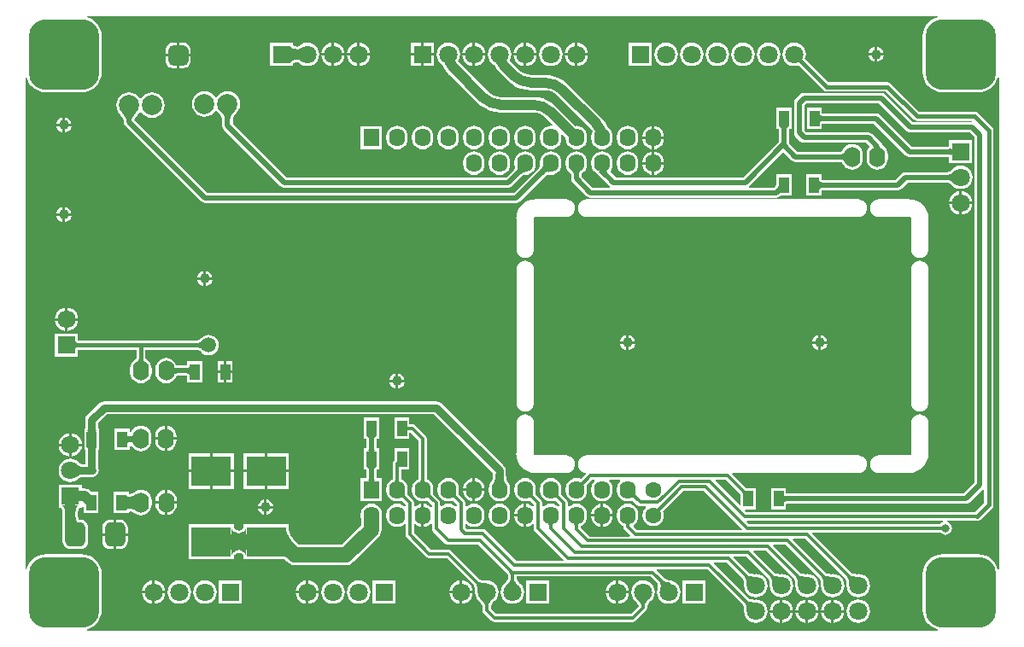
<source format=gbl>
G04 Layer_Physical_Order=2*
G04 Layer_Color=16711680*
%FSLAX44Y44*%
%MOMM*%
G71*
G01*
G75*
%ADD10C,0.5000*%
%ADD11C,0.3000*%
%ADD12C,0.4000*%
%ADD13C,1.0000*%
%ADD14C,1.8000*%
%ADD15R,1.8000X1.8000*%
%ADD16R,1.8000X1.8000*%
%ADD17C,2.0000*%
G04:AMPARAMS|DCode=18|XSize=2mm|YSize=2mm|CornerRadius=0.5mm|HoleSize=0mm|Usage=FLASHONLY|Rotation=270.000|XOffset=0mm|YOffset=0mm|HoleType=Round|Shape=RoundedRectangle|*
%AMROUNDEDRECTD18*
21,1,2.0000,1.0000,0,0,270.0*
21,1,1.0000,2.0000,0,0,270.0*
1,1,1.0000,-0.5000,-0.5000*
1,1,1.0000,-0.5000,0.5000*
1,1,1.0000,0.5000,0.5000*
1,1,1.0000,0.5000,-0.5000*
%
%ADD18ROUNDEDRECTD18*%
%ADD19O,1.6000X2.0000*%
G04:AMPARAMS|DCode=20|XSize=7mm|YSize=7mm|CornerRadius=1.75mm|HoleSize=0mm|Usage=FLASHONLY|Rotation=0.000|XOffset=0mm|YOffset=0mm|HoleType=Round|Shape=RoundedRectangle|*
%AMROUNDEDRECTD20*
21,1,7.0000,3.5000,0,0,0.0*
21,1,3.5000,7.0000,0,0,0.0*
1,1,3.5000,1.7500,-1.7500*
1,1,3.5000,-1.7500,-1.7500*
1,1,3.5000,-1.7500,1.7500*
1,1,3.5000,1.7500,1.7500*
%
%ADD20ROUNDEDRECTD20*%
%ADD21O,1.6000X1.8000*%
%ADD22R,1.6000X1.8000*%
%ADD23C,1.6000*%
%ADD24C,1.0000*%
%ADD25C,0.8000*%
%ADD26C,1.5000*%
%ADD27R,1.0000X1.6000*%
%ADD28R,4.0000X3.0000*%
G04:AMPARAMS|DCode=29|XSize=2mm|YSize=2.4mm|CornerRadius=0.5mm|HoleSize=0mm|Usage=FLASHONLY|Rotation=0.000|XOffset=0mm|YOffset=0mm|HoleType=Round|Shape=RoundedRectangle|*
%AMROUNDEDRECTD29*
21,1,2.0000,1.4000,0,0,0.0*
21,1,1.0000,2.4000,0,0,0.0*
1,1,1.0000,0.5000,-0.7000*
1,1,1.0000,-0.5000,-0.7000*
1,1,1.0000,-0.5000,0.7000*
1,1,1.0000,0.5000,0.7000*
%
%ADD29ROUNDEDRECTD29*%
%ADD30C,1.5000*%
%ADD31C,0.7500*%
G36*
X1170987Y875030D02*
X1168594Y874304D01*
X1165113Y872443D01*
X1162061Y869939D01*
X1159557Y866888D01*
X1157696Y863406D01*
X1156550Y859629D01*
X1156163Y855700D01*
Y820700D01*
X1156550Y816771D01*
X1157696Y812994D01*
X1159557Y809512D01*
X1162061Y806461D01*
X1165113Y803957D01*
X1168594Y802096D01*
X1172372Y800950D01*
X1176300Y800563D01*
X1211300D01*
X1215229Y800950D01*
X1219006Y802096D01*
X1222487Y803957D01*
X1225539Y806461D01*
X1228043Y809512D01*
X1229904Y812994D01*
X1230630Y815387D01*
X1231900Y815198D01*
Y327802D01*
X1230630Y327613D01*
X1229904Y330006D01*
X1228043Y333488D01*
X1225539Y336539D01*
X1222487Y339043D01*
X1219006Y340904D01*
X1215229Y342050D01*
X1211300Y342437D01*
X1176300D01*
X1172372Y342050D01*
X1168594Y340904D01*
X1165113Y339043D01*
X1162061Y336539D01*
X1159557Y333488D01*
X1157696Y330006D01*
X1156550Y326228D01*
X1156163Y322300D01*
Y287300D01*
X1156550Y283372D01*
X1157696Y279594D01*
X1159557Y276112D01*
X1162061Y273061D01*
X1165113Y270557D01*
X1168594Y268696D01*
X1170987Y267970D01*
X1170798Y266700D01*
X327802D01*
X327613Y267970D01*
X330006Y268696D01*
X333488Y270557D01*
X336539Y273061D01*
X339043Y276112D01*
X340904Y279594D01*
X342050Y283372D01*
X342437Y287300D01*
Y322300D01*
X342050Y326228D01*
X340904Y330006D01*
X339043Y333488D01*
X336539Y336539D01*
X333488Y339043D01*
X330006Y340904D01*
X326228Y342050D01*
X322300Y342437D01*
X287300D01*
X283372Y342050D01*
X279594Y340904D01*
X276112Y339043D01*
X273061Y336539D01*
X270557Y333488D01*
X268696Y330006D01*
X267970Y327613D01*
X266700Y327802D01*
Y815198D01*
X267970Y815387D01*
X268696Y812994D01*
X270557Y809512D01*
X273061Y806461D01*
X276112Y803957D01*
X279594Y802096D01*
X283372Y800950D01*
X287300Y800563D01*
X322300D01*
X326228Y800950D01*
X330006Y802096D01*
X333488Y803957D01*
X336539Y806461D01*
X339043Y809512D01*
X340904Y812994D01*
X342050Y816771D01*
X342437Y820700D01*
Y855700D01*
X342050Y859629D01*
X340904Y863406D01*
X339043Y866888D01*
X336539Y869939D01*
X333488Y872443D01*
X330006Y874304D01*
X327613Y875030D01*
X327802Y876300D01*
X1170798D01*
X1170987Y875030D01*
D02*
G37*
%LPC*%
G36*
X709930Y417864D02*
X708448Y417669D01*
X705884Y416607D01*
X703683Y414917D01*
X701993Y412715D01*
X700931Y410151D01*
X700605Y407670D01*
X709930D01*
Y417864D01*
D02*
G37*
G36*
X712470D02*
Y407670D01*
X721795D01*
X721469Y410151D01*
X720407Y412715D01*
X718717Y414917D01*
X716516Y416607D01*
X713951Y417669D01*
X712470Y417864D01*
D02*
G37*
G36*
X528000Y423620D02*
X506730D01*
Y407350D01*
X528000D01*
Y423620D01*
D02*
G37*
G36*
X473390D02*
X452120D01*
Y407350D01*
X473390D01*
Y423620D01*
D02*
G37*
G36*
X504190D02*
X482920D01*
Y407350D01*
X504190D01*
Y423620D01*
D02*
G37*
G36*
X762000Y481134D02*
X759750Y480838D01*
X757653Y479969D01*
X755852Y478588D01*
X754471Y476787D01*
X753602Y474690D01*
X753306Y472440D01*
X753306Y472440D01*
X753306D01*
X753311Y472435D01*
X753311Y443221D01*
X753289Y441960D01*
X753289Y441960D01*
X753409Y440740D01*
X753652Y438278D01*
X754726Y434738D01*
X756469Y431476D01*
X758816Y428616D01*
X761676Y426269D01*
X764938Y424526D01*
X768478Y423452D01*
X770931Y423210D01*
X772160Y423089D01*
X772160Y423089D01*
Y423111D01*
X802640Y423111D01*
Y423106D01*
X804890Y423402D01*
X806987Y424270D01*
X808788Y425652D01*
X810170Y427453D01*
X811038Y429550D01*
X811334Y431800D01*
Y431800D01*
Y431800D01*
X811334D01*
X811038Y434050D01*
X810170Y436147D01*
X808788Y437948D01*
X806987Y439330D01*
X804890Y440198D01*
X802640Y440494D01*
Y440489D01*
X772160Y440489D01*
Y440489D01*
X771099Y440899D01*
X770689Y441960D01*
Y472440D01*
X770694D01*
X770398Y474690D01*
X769530Y476787D01*
X768148Y478588D01*
X766347Y479969D01*
X764250Y480838D01*
X762000Y481134D01*
D02*
G37*
G36*
X528000Y442430D02*
X506730D01*
Y426160D01*
X528000D01*
Y442430D01*
D02*
G37*
G36*
X309880Y449580D02*
X299678D01*
X299907Y447837D01*
X301070Y445030D01*
X302920Y442620D01*
X305330Y440770D01*
X308137Y439607D01*
X309880Y439378D01*
Y449580D01*
D02*
G37*
G36*
X322622D02*
X312420D01*
Y439378D01*
X314163Y439607D01*
X316970Y440770D01*
X319380Y442620D01*
X321230Y445030D01*
X322393Y447837D01*
X322622Y449580D01*
D02*
G37*
G36*
X449580Y442430D02*
X428310D01*
Y426160D01*
X449580D01*
Y442430D01*
D02*
G37*
G36*
X504190D02*
X482920D01*
Y426160D01*
X504190D01*
Y442430D01*
D02*
G37*
G36*
X473390D02*
X452120D01*
Y426160D01*
X473390D01*
Y442430D01*
D02*
G37*
G36*
X449580Y423620D02*
X428310D01*
Y407350D01*
X449580D01*
Y423620D01*
D02*
G37*
G36*
X503428Y396566D02*
X502730Y396474D01*
X500896Y395714D01*
X499320Y394506D01*
X498112Y392930D01*
X497352Y391096D01*
X497260Y390398D01*
X503428D01*
Y396566D01*
D02*
G37*
G36*
X505968D02*
Y390398D01*
X512136D01*
X512044Y391096D01*
X511284Y392930D01*
X510076Y394506D01*
X508501Y395714D01*
X506666Y396474D01*
X505968Y396566D01*
D02*
G37*
G36*
X674370Y494093D02*
X344424D01*
X341970Y493605D01*
X339889Y492215D01*
X327937Y480263D01*
X326547Y478182D01*
X326059Y475728D01*
Y468943D01*
X325949Y467369D01*
X325897Y466978D01*
X324932D01*
Y464653D01*
X324921Y464613D01*
X324932Y464519D01*
Y464504D01*
X324913Y464408D01*
X324932Y464311D01*
Y448565D01*
X324913Y448469D01*
X324932Y448372D01*
Y448357D01*
X324921Y448262D01*
X324932Y448223D01*
Y445898D01*
X325870D01*
X326059Y443183D01*
Y431863D01*
X323393D01*
X323268Y431874D01*
X322620Y431975D01*
X322028Y432110D01*
X321487Y432278D01*
X320997Y432477D01*
X320551Y432704D01*
X320145Y432960D01*
X319772Y433246D01*
X319569Y433434D01*
X319380Y433680D01*
X316970Y435530D01*
X314163Y436693D01*
X311150Y437090D01*
X308137Y436693D01*
X305330Y435530D01*
X302920Y433680D01*
X301070Y431270D01*
X299907Y428462D01*
X299510Y425450D01*
X299907Y422438D01*
X301070Y419630D01*
X302920Y417220D01*
X305330Y415370D01*
X308137Y414207D01*
X311150Y413811D01*
X314163Y414207D01*
X316970Y415370D01*
X319380Y417220D01*
X319569Y417466D01*
X319772Y417654D01*
X320145Y417940D01*
X320551Y418196D01*
X320997Y418423D01*
X321488Y418622D01*
X322027Y418790D01*
X322620Y418925D01*
X323268Y419026D01*
X323393Y419037D01*
X332994D01*
X335448Y419525D01*
X337529Y420915D01*
X338919Y422996D01*
X339407Y425450D01*
X338919Y427904D01*
X338885Y427955D01*
Y443933D01*
X338995Y445507D01*
X339047Y445898D01*
X340012D01*
Y448223D01*
X340023Y448262D01*
X340012Y448357D01*
Y448372D01*
X340031Y448469D01*
X340012Y448565D01*
Y464311D01*
X340031Y464408D01*
X340012Y464504D01*
Y464519D01*
X340023Y464613D01*
X340012Y464653D01*
Y466978D01*
X339075D01*
X338885Y469693D01*
Y473072D01*
X347080Y481267D01*
X671714D01*
X730187Y422794D01*
Y420127D01*
X730155Y419690D01*
X730028Y418676D01*
X729853Y417733D01*
X729634Y416862D01*
X729371Y416060D01*
X729069Y415326D01*
X728729Y414657D01*
X728352Y414048D01*
X727868Y413400D01*
X727784Y413224D01*
X727393Y412715D01*
X726331Y410151D01*
X725969Y407400D01*
Y405400D01*
X726331Y402649D01*
X727393Y400084D01*
X729083Y397883D01*
X731284Y396193D01*
X733848Y395131D01*
X736600Y394769D01*
X739352Y395131D01*
X741916Y396193D01*
X744117Y397883D01*
X745807Y400084D01*
X746869Y402649D01*
X747231Y405400D01*
Y407400D01*
X746869Y410151D01*
X745807Y412715D01*
X745416Y413224D01*
X745332Y413400D01*
X744848Y414048D01*
X744471Y414657D01*
X744131Y415326D01*
X743829Y416060D01*
X743566Y416862D01*
X743347Y417733D01*
X743178Y418641D01*
X743013Y420327D01*
Y425450D01*
X742525Y427904D01*
X741135Y429985D01*
X678905Y492215D01*
X676824Y493605D01*
X674370Y494093D01*
D02*
G37*
G36*
X839470Y392464D02*
Y382270D01*
X848795D01*
X848469Y384752D01*
X847407Y387315D01*
X845717Y389517D01*
X843515Y391207D01*
X840952Y392269D01*
X839470Y392464D01*
D02*
G37*
G36*
X322690Y411590D02*
X299610D01*
Y391177D01*
X299591Y391081D01*
X299610Y390984D01*
Y388510D01*
X301864D01*
X302224Y388462D01*
X302303Y388396D01*
X302495Y388136D01*
X302750Y387611D01*
X303010Y386808D01*
X303230Y385781D01*
X303523Y382825D01*
X303545Y381786D01*
Y367030D01*
X303625Y366422D01*
Y354950D01*
X303884Y352982D01*
X304644Y351147D01*
X305852Y349572D01*
X307428Y348364D01*
X309262Y347604D01*
X311230Y347345D01*
X321230D01*
X323198Y347604D01*
X325033Y348364D01*
X326608Y349572D01*
X327816Y351147D01*
X328576Y352982D01*
X328835Y354950D01*
Y368950D01*
X328576Y370918D01*
X327816Y372752D01*
X326608Y374328D01*
X325033Y375536D01*
X323198Y376296D01*
X321230Y376555D01*
X320004D01*
X319976Y376581D01*
X319719Y376992D01*
X319418Y377746D01*
X319141Y378839D01*
X318924Y380252D01*
X318787Y381965D01*
X318772Y382608D01*
X318778Y382863D01*
X318887Y384420D01*
X319061Y385739D01*
X319290Y386808D01*
X319550Y387611D01*
X319805Y388136D01*
X319997Y388396D01*
X320076Y388462D01*
X320436Y388510D01*
X322690D01*
Y388869D01*
X323960Y389548D01*
X324170Y389407D01*
Y383160D01*
X339250D01*
Y393206D01*
X339315Y393700D01*
X339250Y394194D01*
Y404240D01*
X331925D01*
X330738Y405428D01*
X329162Y406636D01*
X327328Y407396D01*
X325360Y407655D01*
X324373D01*
X322690Y407681D01*
Y411590D01*
D02*
G37*
G36*
X647380Y447420D02*
X632300D01*
Y435165D01*
X632087Y434953D01*
X631194Y433616D01*
X630881Y432040D01*
Y417508D01*
X630864Y417292D01*
X630835Y417083D01*
X630756Y417051D01*
X630734Y417043D01*
X630730Y417040D01*
X629684Y416607D01*
X627483Y414917D01*
X625793Y412715D01*
X624731Y410151D01*
X624369Y407400D01*
Y405400D01*
X624731Y402649D01*
X625793Y400084D01*
X627483Y397883D01*
X629684Y396193D01*
X632248Y395131D01*
X635000Y394769D01*
X637752Y395131D01*
X639640Y395914D01*
X639787Y395788D01*
X643581Y391994D01*
Y390022D01*
X642311Y389675D01*
X640315Y391207D01*
X637752Y392269D01*
X635000Y392631D01*
X632248Y392269D01*
X629684Y391207D01*
X627483Y389517D01*
X625793Y387315D01*
X624731Y384752D01*
X624369Y382000D01*
Y380000D01*
X624731Y377248D01*
X625793Y374684D01*
X627483Y372483D01*
X629684Y370793D01*
X632248Y369731D01*
X635000Y369369D01*
X637752Y369731D01*
X640315Y370793D01*
X642311Y372324D01*
X643581Y371978D01*
Y361950D01*
X643894Y360374D01*
X644787Y359037D01*
X663837Y339987D01*
X665174Y339094D01*
X666750Y338781D01*
X684094D01*
X711095Y311780D01*
X711288Y311483D01*
X711493Y311066D01*
X711693Y310530D01*
X711877Y309876D01*
X712035Y309104D01*
X712157Y308248D01*
X712302Y306093D01*
X712309Y305166D01*
X712260Y304800D01*
X712657Y301787D01*
X713820Y298980D01*
X715670Y296570D01*
X715963Y296345D01*
X716613Y295685D01*
X718035Y294059D01*
X718554Y293367D01*
X718988Y292710D01*
X719320Y292117D01*
X719557Y291596D01*
X719707Y291156D01*
X719781Y290810D01*
Y287020D01*
X720094Y285444D01*
X720987Y284107D01*
X728607Y276487D01*
X729944Y275594D01*
X731520Y275281D01*
X868680D01*
X870256Y275594D01*
X871593Y276487D01*
X881753Y286647D01*
X882646Y287984D01*
X882959Y289560D01*
Y290810D01*
X883033Y291156D01*
X883183Y291596D01*
X883419Y292117D01*
X883753Y292710D01*
X884186Y293367D01*
X884705Y294059D01*
X886127Y295685D01*
X886778Y296345D01*
X887070Y296570D01*
X888920Y298980D01*
X890083Y301787D01*
X890480Y304800D01*
X890083Y307812D01*
X888920Y310620D01*
X887070Y313030D01*
X884660Y314880D01*
X881852Y316043D01*
X878840Y316439D01*
X875827Y316043D01*
X873020Y314880D01*
X870610Y313030D01*
X868760Y310620D01*
X867597Y307812D01*
X867200Y304800D01*
X867597Y301787D01*
X868760Y298980D01*
X870610Y296570D01*
X870902Y296345D01*
X871553Y295685D01*
X872974Y294059D01*
X873494Y293367D01*
X873928Y292710D01*
X874260Y292117D01*
X874498Y291596D01*
X874638Y291183D01*
X866974Y283519D01*
X733226D01*
X728019Y288726D01*
Y290810D01*
X728093Y291156D01*
X728243Y291596D01*
X728480Y292117D01*
X728812Y292710D01*
X729247Y293367D01*
X729765Y294059D01*
X731187Y295685D01*
X731838Y296345D01*
X732130Y296570D01*
X733980Y298980D01*
X735143Y301787D01*
X735540Y304800D01*
X735143Y307812D01*
X733980Y310620D01*
X732130Y313030D01*
X729720Y314880D01*
X726913Y316043D01*
X723900Y316439D01*
X723534Y316391D01*
X722607Y316398D01*
X720452Y316543D01*
X719596Y316665D01*
X718824Y316823D01*
X718170Y317007D01*
X717634Y317207D01*
X717217Y317412D01*
X716920Y317605D01*
X688713Y345813D01*
X687376Y346706D01*
X685800Y347019D01*
X668456D01*
X651819Y363656D01*
Y371978D01*
X653089Y372324D01*
X655085Y370793D01*
X657648Y369731D01*
X659130Y369536D01*
Y381000D01*
Y392464D01*
X657648Y392269D01*
X655085Y391207D01*
X653089Y389675D01*
X651819Y390022D01*
Y393700D01*
X651506Y395276D01*
X650613Y396613D01*
X645411Y401815D01*
X645265Y401984D01*
X645090Y402216D01*
X645269Y402649D01*
X645631Y405400D01*
Y407400D01*
X645269Y410151D01*
X644207Y412715D01*
X642517Y414917D01*
X640315Y416607D01*
X639270Y417040D01*
X639266Y417043D01*
X639244Y417051D01*
X639165Y417083D01*
X639136Y417293D01*
X639119Y417508D01*
Y426340D01*
X647380D01*
Y447420D01*
D02*
G37*
G36*
X404930Y406164D02*
X403448Y405969D01*
X400885Y404907D01*
X398683Y403217D01*
X396993Y401016D01*
X395931Y398451D01*
X395569Y395700D01*
Y394970D01*
X404930D01*
Y406164D01*
D02*
G37*
G36*
X407470D02*
Y394970D01*
X416831D01*
Y395700D01*
X416469Y398451D01*
X415407Y401016D01*
X413717Y403217D01*
X411516Y404907D01*
X408951Y405969D01*
X407470Y406164D01*
D02*
G37*
G36*
X381200Y406331D02*
X378448Y405969D01*
X375885Y404907D01*
X375378Y404518D01*
X375203Y404435D01*
X374365Y403809D01*
X373545Y403307D01*
X372644Y402854D01*
X371654Y402454D01*
X370575Y402108D01*
X370475Y402084D01*
X369250Y402925D01*
Y404240D01*
X366776D01*
X366679Y404259D01*
X366583Y404240D01*
X354170D01*
Y394194D01*
X354105Y393700D01*
X354170Y393206D01*
Y383160D01*
X366583D01*
X366679Y383141D01*
X366776Y383160D01*
X369250D01*
Y384475D01*
X370475Y385316D01*
X370574Y385292D01*
X371654Y384946D01*
X372643Y384546D01*
X373545Y384094D01*
X374365Y383591D01*
X375203Y382966D01*
X375378Y382882D01*
X375885Y382493D01*
X378448Y381431D01*
X381200Y381069D01*
X383951Y381431D01*
X386516Y382493D01*
X388717Y384183D01*
X390407Y386385D01*
X391469Y388949D01*
X391831Y391700D01*
Y395700D01*
X391469Y398451D01*
X390407Y401016D01*
X388717Y403217D01*
X386516Y404907D01*
X383951Y405969D01*
X381200Y406331D01*
D02*
G37*
G36*
X617380Y477900D02*
X602300D01*
Y459680D01*
X602295Y459665D01*
X602300Y459613D01*
Y459487D01*
X602281Y459390D01*
X602300Y459294D01*
Y456820D01*
X604463D01*
X604483Y456769D01*
X604583Y456396D01*
X604670Y455867D01*
X604701Y455506D01*
Y448734D01*
X604670Y448373D01*
X604583Y447844D01*
X604483Y447471D01*
X604463Y447420D01*
X602300D01*
Y444946D01*
X602281Y444850D01*
X602300Y444753D01*
Y444627D01*
X602295Y444575D01*
X602300Y444560D01*
Y429200D01*
X602295Y429185D01*
X602300Y429133D01*
Y429007D01*
X602281Y428910D01*
X602300Y428814D01*
Y426340D01*
X604463D01*
X604483Y426289D01*
X604583Y425916D01*
X604670Y425387D01*
X604701Y425026D01*
Y419254D01*
X604669Y418884D01*
X604581Y418352D01*
X604480Y417976D01*
X604466Y417940D01*
X599060D01*
Y394860D01*
X620140D01*
Y417940D01*
X615214D01*
X615200Y417976D01*
X615099Y418352D01*
X615011Y418884D01*
X614979Y419254D01*
Y425026D01*
X615010Y425387D01*
X615097Y425916D01*
X615196Y426289D01*
X615217Y426340D01*
X617380D01*
Y428814D01*
X617399Y428910D01*
X617380Y429007D01*
Y429133D01*
X617385Y429185D01*
X617380Y429200D01*
Y444560D01*
X617385Y444575D01*
X617380Y444627D01*
Y444753D01*
X617399Y444850D01*
X617380Y444946D01*
Y447420D01*
X615217D01*
X615197Y447471D01*
X615097Y447844D01*
X615010Y448373D01*
X614979Y448734D01*
Y455506D01*
X615010Y455867D01*
X615097Y456396D01*
X615196Y456769D01*
X615217Y456820D01*
X617380D01*
Y459294D01*
X617399Y459390D01*
X617380Y459487D01*
Y459613D01*
X617385Y459665D01*
X617380Y459680D01*
Y477900D01*
D02*
G37*
G36*
X709930Y405130D02*
X700605D01*
X700931Y402649D01*
X701993Y400084D01*
X703683Y397883D01*
X705884Y396193D01*
X708448Y395131D01*
X709930Y394936D01*
Y405130D01*
D02*
G37*
G36*
X721795D02*
X712470D01*
Y394936D01*
X713951Y395131D01*
X716516Y396193D01*
X718717Y397883D01*
X720407Y400084D01*
X721469Y402649D01*
X721795Y405130D01*
D02*
G37*
G36*
X1153160Y481134D02*
X1150910Y480838D01*
X1148813Y479970D01*
X1147012Y478588D01*
X1145630Y476787D01*
X1144762Y474690D01*
X1144466Y472440D01*
X1144471D01*
X1144471Y441960D01*
X1144471D01*
X1144114Y441034D01*
X1143000Y440489D01*
X1143000Y440489D01*
X1143000Y440489D01*
X1112520D01*
Y440494D01*
X1110270Y440198D01*
X1108173Y439330D01*
X1106372Y437948D01*
X1104990Y436147D01*
X1104122Y434050D01*
X1103826Y431800D01*
X1104122Y429550D01*
X1104990Y427453D01*
X1106372Y425652D01*
X1108173Y424271D01*
X1110270Y423402D01*
X1112520Y423106D01*
X1112520Y423106D01*
Y423106D01*
X1112525Y423111D01*
X1141739Y423111D01*
X1143000Y423089D01*
X1143000Y423089D01*
X1144220Y423209D01*
X1146682Y423452D01*
X1150222Y424526D01*
X1153484Y426269D01*
X1156344Y428616D01*
X1158691Y431476D01*
X1160434Y434738D01*
X1161508Y438278D01*
X1161750Y440731D01*
X1161871Y441960D01*
X1161871Y441960D01*
X1161849D01*
X1161849Y472440D01*
X1161854D01*
X1161558Y474690D01*
X1160690Y476787D01*
X1159308Y478588D01*
X1157507Y479970D01*
X1155410Y480838D01*
X1153160Y481134D01*
D02*
G37*
G36*
X463310Y533780D02*
X457040D01*
Y524510D01*
X463310D01*
Y533780D01*
D02*
G37*
G36*
X472120D02*
X465850D01*
Y524510D01*
X472120D01*
Y533780D01*
D02*
G37*
G36*
X318880Y561450D02*
X295800D01*
Y538370D01*
X318880D01*
Y545209D01*
X319183Y545259D01*
X319438Y545281D01*
X376571D01*
Y537136D01*
X376544Y536754D01*
X376470Y536213D01*
X376408Y535933D01*
X375885Y535717D01*
X373683Y534027D01*
X371993Y531825D01*
X370931Y529262D01*
X370569Y526510D01*
Y522510D01*
X370931Y519758D01*
X371993Y517195D01*
X373683Y514993D01*
X375885Y513303D01*
X378448Y512241D01*
X381200Y511879D01*
X383951Y512241D01*
X386516Y513303D01*
X388717Y514993D01*
X390407Y517195D01*
X391469Y519758D01*
X391831Y522510D01*
Y526510D01*
X391469Y529262D01*
X390407Y531825D01*
X388717Y534027D01*
X386516Y535717D01*
X385992Y535933D01*
X385940Y536170D01*
X385829Y537253D01*
Y545281D01*
X437066D01*
X437339Y545239D01*
X437737Y545138D01*
X438153Y544989D01*
X438592Y544788D01*
X439054Y544529D01*
X439538Y544207D01*
X440043Y543821D01*
X440566Y543368D01*
X440990Y542956D01*
X441149Y542749D01*
X443247Y541140D01*
X445689Y540128D01*
X448310Y539783D01*
X450931Y540128D01*
X453373Y541140D01*
X455471Y542749D01*
X457080Y544847D01*
X458092Y547289D01*
X458437Y549910D01*
X458092Y552531D01*
X457080Y554973D01*
X455471Y557071D01*
X453373Y558680D01*
X450931Y559692D01*
X448310Y560037D01*
X445689Y559692D01*
X443247Y558680D01*
X441149Y557071D01*
X440990Y556864D01*
X440566Y556452D01*
X440043Y555998D01*
X439538Y555613D01*
X439054Y555291D01*
X438592Y555032D01*
X438153Y554831D01*
X437737Y554682D01*
X437339Y554581D01*
X437066Y554539D01*
X379730D01*
X379730Y554539D01*
X379730Y554539D01*
X319438D01*
X319183Y554561D01*
X318880Y554611D01*
Y561450D01*
D02*
G37*
G36*
X472120Y521970D02*
X465850D01*
Y512700D01*
X472120D01*
Y521970D01*
D02*
G37*
G36*
X633730Y521788D02*
X633032Y521696D01*
X631198Y520936D01*
X629622Y519728D01*
X628414Y518153D01*
X627654Y516318D01*
X627562Y515620D01*
X633730D01*
Y521788D01*
D02*
G37*
G36*
X636270D02*
Y515620D01*
X642438D01*
X642346Y516318D01*
X641586Y518153D01*
X640378Y519728D01*
X638802Y520936D01*
X636968Y521696D01*
X636270Y521788D01*
D02*
G37*
G36*
X862330Y551180D02*
X856162D01*
X856254Y550482D01*
X857014Y548647D01*
X858222Y547072D01*
X859798Y545864D01*
X861632Y545104D01*
X862330Y545012D01*
Y551180D01*
D02*
G37*
G36*
Y559888D02*
X861632Y559796D01*
X859798Y559036D01*
X858222Y557828D01*
X857014Y556253D01*
X856254Y554418D01*
X856162Y553720D01*
X862330D01*
Y559888D01*
D02*
G37*
G36*
X864870D02*
Y553720D01*
X871038D01*
X870946Y554418D01*
X870186Y556253D01*
X868978Y557828D01*
X867402Y559036D01*
X865568Y559796D01*
X864870Y559888D01*
D02*
G37*
G36*
X1052830D02*
X1052132Y559796D01*
X1050297Y559036D01*
X1048722Y557828D01*
X1047514Y556253D01*
X1046754Y554418D01*
X1046662Y553720D01*
X1052830D01*
Y559888D01*
D02*
G37*
G36*
X871038Y551180D02*
X864870D01*
Y545012D01*
X865568Y545104D01*
X867402Y545864D01*
X868978Y547072D01*
X870186Y548647D01*
X870946Y550482D01*
X871038Y551180D01*
D02*
G37*
G36*
X1052830D02*
X1046662D01*
X1046754Y550482D01*
X1047514Y548647D01*
X1048722Y547072D01*
X1050297Y545864D01*
X1052132Y545104D01*
X1052830Y545012D01*
Y551180D01*
D02*
G37*
G36*
X1061538D02*
X1055370D01*
Y545012D01*
X1056068Y545104D01*
X1057903Y545864D01*
X1059478Y547072D01*
X1060686Y548647D01*
X1061446Y550482D01*
X1061538Y551180D01*
D02*
G37*
G36*
X312420Y462322D02*
Y452120D01*
X322622D01*
X322393Y453862D01*
X321230Y456670D01*
X319380Y459080D01*
X316970Y460930D01*
X314163Y462093D01*
X312420Y462322D01*
D02*
G37*
G36*
X404730Y469664D02*
X403248Y469469D01*
X400685Y468407D01*
X398483Y466717D01*
X396793Y464515D01*
X395731Y461951D01*
X395369Y459200D01*
Y458470D01*
X404730D01*
Y469664D01*
D02*
G37*
G36*
X407270D02*
Y458470D01*
X416631D01*
Y459200D01*
X416269Y461951D01*
X415207Y464515D01*
X413517Y466717D01*
X411315Y468407D01*
X408751Y469469D01*
X407270Y469664D01*
D02*
G37*
G36*
X404730Y455930D02*
X395369D01*
Y455200D01*
X395731Y452449D01*
X396793Y449884D01*
X398483Y447683D01*
X400685Y445993D01*
X403248Y444931D01*
X404730Y444736D01*
Y455930D01*
D02*
G37*
G36*
X416631D02*
X407270D01*
Y444736D01*
X408751Y444931D01*
X411315Y445993D01*
X413517Y447683D01*
X415207Y449884D01*
X416269Y452449D01*
X416631Y455200D01*
Y455930D01*
D02*
G37*
G36*
X309880Y462322D02*
X308137Y462093D01*
X305330Y460930D01*
X302920Y459080D01*
X301070Y456670D01*
X299907Y453862D01*
X299678Y452120D01*
X309880D01*
Y462322D01*
D02*
G37*
G36*
X381000Y469831D02*
X378248Y469469D01*
X375685Y468407D01*
X373483Y466717D01*
X371793Y464515D01*
X371282Y463281D01*
X370012Y463534D01*
Y466978D01*
X354932D01*
Y445898D01*
X370012D01*
Y449079D01*
X371253Y450152D01*
X371522Y450107D01*
X371793Y449884D01*
X373483Y447683D01*
X375685Y445993D01*
X378248Y444931D01*
X381000Y444569D01*
X383751Y444931D01*
X386315Y445993D01*
X388517Y447683D01*
X390207Y449884D01*
X391269Y452449D01*
X391631Y455200D01*
Y459200D01*
X391269Y461951D01*
X390207Y464515D01*
X388517Y466717D01*
X386315Y468407D01*
X383751Y469469D01*
X381000Y469831D01*
D02*
G37*
G36*
X642438Y513080D02*
X636270D01*
Y506912D01*
X636968Y507004D01*
X638802Y507764D01*
X640378Y508972D01*
X641586Y510547D01*
X642346Y512382D01*
X642438Y513080D01*
D02*
G37*
G36*
X406200Y537141D02*
X403448Y536779D01*
X400885Y535717D01*
X398683Y534027D01*
X396993Y531825D01*
X395931Y529262D01*
X395569Y526510D01*
Y522510D01*
X395931Y519758D01*
X396993Y517195D01*
X398683Y514993D01*
X400885Y513303D01*
X403448Y512241D01*
X406200Y511879D01*
X408951Y512241D01*
X411516Y513303D01*
X413717Y514993D01*
X415407Y517195D01*
X415843Y518247D01*
X415849Y518255D01*
X415862Y518293D01*
X415922Y518439D01*
X415981Y518528D01*
X416002Y518633D01*
X416183Y519069D01*
X416345Y519128D01*
X416813Y519241D01*
X417447Y519336D01*
X417898Y519371D01*
X425726D01*
X426096Y519339D01*
X426628Y519251D01*
X427004Y519150D01*
X427040Y519136D01*
Y512700D01*
X442120D01*
Y533780D01*
X427040D01*
Y529884D01*
X427004Y529870D01*
X426628Y529769D01*
X426096Y529681D01*
X425726Y529649D01*
X417898D01*
X417447Y529684D01*
X416813Y529779D01*
X416345Y529892D01*
X416183Y529951D01*
X416002Y530387D01*
X415981Y530492D01*
X415922Y530581D01*
X415862Y530727D01*
X415849Y530765D01*
X415843Y530773D01*
X415407Y531825D01*
X413717Y534027D01*
X411516Y535717D01*
X408951Y536779D01*
X406200Y537141D01*
D02*
G37*
G36*
X463310Y521970D02*
X457040D01*
Y512700D01*
X463310D01*
Y521970D01*
D02*
G37*
G36*
X762000Y633534D02*
X759750Y633238D01*
X757653Y632369D01*
X755852Y630988D01*
X754470Y629187D01*
X753602Y627090D01*
X753306Y624840D01*
X753311D01*
X753311Y494028D01*
X753306Y492760D01*
X753306Y492760D01*
X753602Y490510D01*
X754470Y488413D01*
X755852Y486612D01*
X757653Y485230D01*
X759750Y484362D01*
X762000Y484066D01*
X764250Y484362D01*
X766347Y485230D01*
X768148Y486612D01*
X769530Y488413D01*
X770398Y490510D01*
X770694Y492760D01*
X770689D01*
X770689Y623570D01*
X770694Y624840D01*
X770694D01*
X770398Y627090D01*
X769530Y629187D01*
X768148Y630988D01*
X766347Y632369D01*
X764250Y633238D01*
X762000Y633534D01*
X762000Y633534D01*
X762000Y633534D01*
D02*
G37*
G36*
X1153160Y633534D02*
Y633534D01*
X1150910Y633238D01*
X1148813Y632369D01*
X1147012Y630988D01*
X1145630Y629187D01*
X1144762Y627090D01*
X1144466Y624840D01*
X1144471D01*
X1144471Y494030D01*
X1144466Y492760D01*
X1144466D01*
X1144762Y490510D01*
X1145630Y488413D01*
X1147012Y486612D01*
X1148813Y485230D01*
X1150910Y484362D01*
X1153160Y484066D01*
X1155410Y484362D01*
X1157507Y485230D01*
X1159308Y486612D01*
X1160690Y488413D01*
X1161558Y490510D01*
X1161854Y492760D01*
X1161849D01*
Y624840D01*
X1161854D01*
X1161558Y627090D01*
X1160690Y629187D01*
X1159308Y630988D01*
X1157507Y632369D01*
X1155410Y633238D01*
X1153160Y633534D01*
X1153160D01*
D02*
G37*
G36*
X633730Y513080D02*
X627562D01*
X627654Y512382D01*
X628414Y510547D01*
X629622Y508972D01*
X631198Y507764D01*
X633032Y507004D01*
X633730Y506912D01*
Y513080D01*
D02*
G37*
G36*
X596900Y316439D02*
X593887Y316043D01*
X591080Y314880D01*
X588670Y313030D01*
X586820Y310620D01*
X585657Y307812D01*
X585260Y304800D01*
X585657Y301787D01*
X586820Y298980D01*
X588670Y296570D01*
X591080Y294720D01*
X593887Y293557D01*
X596900Y293160D01*
X599912Y293557D01*
X602720Y294720D01*
X605130Y296570D01*
X606980Y298980D01*
X608143Y301787D01*
X608540Y304800D01*
X608143Y307812D01*
X606980Y310620D01*
X605130Y313030D01*
X602720Y314880D01*
X599912Y316043D01*
X596900Y316439D01*
D02*
G37*
G36*
X481440Y316340D02*
X458360D01*
Y293260D01*
X481440D01*
Y316340D01*
D02*
G37*
G36*
X633840D02*
X610760D01*
Y293260D01*
X633840D01*
Y316340D01*
D02*
G37*
G36*
X419100Y316439D02*
X416087Y316043D01*
X413280Y314880D01*
X410870Y313030D01*
X409020Y310620D01*
X407857Y307812D01*
X407460Y304800D01*
X407857Y301787D01*
X409020Y298980D01*
X410870Y296570D01*
X413280Y294720D01*
X416087Y293557D01*
X419100Y293160D01*
X422113Y293557D01*
X424920Y294720D01*
X427330Y296570D01*
X429180Y298980D01*
X430343Y301787D01*
X430740Y304800D01*
X430343Y307812D01*
X429180Y310620D01*
X427330Y313030D01*
X424920Y314880D01*
X422113Y316043D01*
X419100Y316439D01*
D02*
G37*
G36*
X444500D02*
X441488Y316043D01*
X438680Y314880D01*
X436270Y313030D01*
X434420Y310620D01*
X433257Y307812D01*
X432860Y304800D01*
X433257Y301787D01*
X434420Y298980D01*
X436270Y296570D01*
X438680Y294720D01*
X441488Y293557D01*
X444500Y293160D01*
X447513Y293557D01*
X450320Y294720D01*
X452730Y296570D01*
X454580Y298980D01*
X455743Y301787D01*
X456139Y304800D01*
X455743Y307812D01*
X454580Y310620D01*
X452730Y313030D01*
X450320Y314880D01*
X447513Y316043D01*
X444500Y316439D01*
D02*
G37*
G36*
X571500D02*
X568488Y316043D01*
X565680Y314880D01*
X563270Y313030D01*
X561420Y310620D01*
X560257Y307812D01*
X559860Y304800D01*
X560257Y301787D01*
X561420Y298980D01*
X563270Y296570D01*
X565680Y294720D01*
X568488Y293557D01*
X571500Y293160D01*
X574512Y293557D01*
X577320Y294720D01*
X579730Y296570D01*
X581580Y298980D01*
X582743Y301787D01*
X583139Y304800D01*
X582743Y307812D01*
X581580Y310620D01*
X579730Y313030D01*
X577320Y314880D01*
X574512Y316043D01*
X571500Y316439D01*
D02*
G37*
G36*
X786240Y316340D02*
X763160D01*
Y293260D01*
X786240D01*
Y316340D01*
D02*
G37*
G36*
X697230Y303530D02*
X687028D01*
X687257Y301787D01*
X688420Y298980D01*
X690270Y296570D01*
X692680Y294720D01*
X695488Y293557D01*
X697230Y293328D01*
Y303530D01*
D02*
G37*
G36*
X852170D02*
X841968D01*
X842197Y301787D01*
X843360Y298980D01*
X845210Y296570D01*
X847620Y294720D01*
X850427Y293557D01*
X852170Y293328D01*
Y303530D01*
D02*
G37*
G36*
X405172D02*
X394970D01*
Y293328D01*
X396712Y293557D01*
X399520Y294720D01*
X401930Y296570D01*
X403780Y298980D01*
X404943Y301787D01*
X405172Y303530D01*
D02*
G37*
G36*
X941180Y316340D02*
X918100D01*
Y293260D01*
X941180D01*
Y316340D01*
D02*
G37*
G36*
X392430Y303530D02*
X382228D01*
X382457Y301787D01*
X383620Y298980D01*
X385470Y296570D01*
X387880Y294720D01*
X390687Y293557D01*
X392430Y293328D01*
Y303530D01*
D02*
G37*
G36*
X544830D02*
X534628D01*
X534857Y301787D01*
X536020Y298980D01*
X537870Y296570D01*
X540280Y294720D01*
X543088Y293557D01*
X544830Y293328D01*
Y303530D01*
D02*
G37*
G36*
X1040130Y284480D02*
X1029928D01*
X1030157Y282738D01*
X1031320Y279930D01*
X1033170Y277520D01*
X1035580Y275670D01*
X1038388Y274507D01*
X1040130Y274278D01*
Y284480D01*
D02*
G37*
G36*
X1052872D02*
X1042670D01*
Y274278D01*
X1044413Y274507D01*
X1047220Y275670D01*
X1049630Y277520D01*
X1051480Y279930D01*
X1052643Y282738D01*
X1052872Y284480D01*
D02*
G37*
G36*
X1065530D02*
X1055328D01*
X1055557Y282738D01*
X1056720Y279930D01*
X1058570Y277520D01*
X1060980Y275670D01*
X1063788Y274507D01*
X1065530Y274278D01*
Y284480D01*
D02*
G37*
G36*
X1092200Y297390D02*
X1089187Y296993D01*
X1086380Y295830D01*
X1083970Y293980D01*
X1082120Y291570D01*
X1080957Y288762D01*
X1080560Y285750D01*
X1080957Y282738D01*
X1082120Y279930D01*
X1083970Y277520D01*
X1086380Y275670D01*
X1089187Y274507D01*
X1092200Y274110D01*
X1095212Y274507D01*
X1098020Y275670D01*
X1100430Y277520D01*
X1102280Y279930D01*
X1103443Y282738D01*
X1103840Y285750D01*
X1103443Y288762D01*
X1102280Y291570D01*
X1100430Y293980D01*
X1098020Y295830D01*
X1095212Y296993D01*
X1092200Y297390D01*
D02*
G37*
G36*
X1014730Y284480D02*
X1004528D01*
X1004757Y282738D01*
X1005920Y279930D01*
X1007770Y277520D01*
X1010180Y275670D01*
X1012988Y274507D01*
X1014730Y274278D01*
Y284480D01*
D02*
G37*
G36*
X1027472D02*
X1017270D01*
Y274278D01*
X1019013Y274507D01*
X1021820Y275670D01*
X1024230Y277520D01*
X1026080Y279930D01*
X1027243Y282738D01*
X1027472Y284480D01*
D02*
G37*
G36*
X1078272D02*
X1068070D01*
Y274278D01*
X1069812Y274507D01*
X1072620Y275670D01*
X1075030Y277520D01*
X1076880Y279930D01*
X1078043Y282738D01*
X1078272Y284480D01*
D02*
G37*
G36*
X1042670Y297222D02*
Y287020D01*
X1052872D01*
X1052643Y288762D01*
X1051480Y291570D01*
X1049630Y293980D01*
X1047220Y295830D01*
X1044413Y296993D01*
X1042670Y297222D01*
D02*
G37*
G36*
X1065530D02*
X1063788Y296993D01*
X1060980Y295830D01*
X1058570Y293980D01*
X1056720Y291570D01*
X1055557Y288762D01*
X1055328Y287020D01*
X1065530D01*
Y297222D01*
D02*
G37*
G36*
X1068070D02*
Y287020D01*
X1078272D01*
X1078043Y288762D01*
X1076880Y291570D01*
X1075030Y293980D01*
X1072620Y295830D01*
X1069812Y296993D01*
X1068070Y297222D01*
D02*
G37*
G36*
X1014730D02*
X1012988Y296993D01*
X1010180Y295830D01*
X1007770Y293980D01*
X1005920Y291570D01*
X1004757Y288762D01*
X1004528Y287020D01*
X1014730D01*
Y297222D01*
D02*
G37*
G36*
X1017270D02*
Y287020D01*
X1027472D01*
X1027243Y288762D01*
X1026080Y291570D01*
X1024230Y293980D01*
X1021820Y295830D01*
X1019013Y296993D01*
X1017270Y297222D01*
D02*
G37*
G36*
X1040130D02*
X1038388Y296993D01*
X1035580Y295830D01*
X1033170Y293980D01*
X1031320Y291570D01*
X1030157Y288762D01*
X1029928Y287020D01*
X1040130D01*
Y297222D01*
D02*
G37*
G36*
X736600Y392631D02*
X733848Y392269D01*
X731284Y391207D01*
X729083Y389517D01*
X727393Y387315D01*
X726331Y384752D01*
X725969Y382000D01*
Y380000D01*
X726331Y377248D01*
X727393Y374684D01*
X729083Y372483D01*
X731284Y370793D01*
X733848Y369731D01*
X736600Y369369D01*
X739352Y369731D01*
X741916Y370793D01*
X744117Y372483D01*
X745807Y374684D01*
X746869Y377248D01*
X747231Y380000D01*
Y382000D01*
X746869Y384752D01*
X745807Y387315D01*
X744117Y389517D01*
X741916Y391207D01*
X739352Y392269D01*
X736600Y392631D01*
D02*
G37*
G36*
X760730Y379730D02*
X751405D01*
X751731Y377248D01*
X752793Y374684D01*
X754483Y372483D01*
X756684Y370793D01*
X759249Y369731D01*
X760730Y369536D01*
Y379730D01*
D02*
G37*
G36*
X836930D02*
X827605D01*
X827931Y377248D01*
X828993Y374684D01*
X830683Y372483D01*
X832885Y370793D01*
X835449Y369731D01*
X836930Y369536D01*
Y379730D01*
D02*
G37*
G36*
X609600Y392631D02*
X606848Y392269D01*
X604285Y391207D01*
X602083Y389517D01*
X600393Y387315D01*
X599331Y384752D01*
X598969Y382000D01*
Y380000D01*
X599331Y377248D01*
X599473Y376906D01*
Y370873D01*
X580558Y351958D01*
X537671D01*
X535847Y353863D01*
X532230Y358103D01*
X530859Y359924D01*
X529755Y361571D01*
X528932Y363008D01*
X528388Y364208D01*
X528108Y365127D01*
X528002Y366040D01*
X528000Y366047D01*
Y372430D01*
X485779D01*
X485763Y372435D01*
X485709Y372430D01*
X485587D01*
X485490Y372449D01*
X485394Y372430D01*
X482920D01*
Y370148D01*
X482915Y370132D01*
X482797Y369017D01*
X482558Y368341D01*
X482158Y367744D01*
X481522Y367156D01*
X480571Y366577D01*
X479263Y366045D01*
X478155Y365747D01*
X477047Y366045D01*
X475739Y366577D01*
X474787Y367156D01*
X474152Y367744D01*
X473752Y368341D01*
X473513Y369017D01*
X473395Y370132D01*
X473390Y370148D01*
Y372430D01*
X470916D01*
X470820Y372449D01*
X470723Y372430D01*
X470601D01*
X470547Y372435D01*
X470531Y372430D01*
X428310D01*
Y337350D01*
X470531D01*
X470547Y337345D01*
X470601Y337350D01*
X470723D01*
X470820Y337331D01*
X470916Y337350D01*
X473390D01*
Y339632D01*
X473395Y339648D01*
X473513Y340763D01*
X473752Y341439D01*
X474152Y342036D01*
X474787Y342624D01*
X475739Y343203D01*
X477047Y343735D01*
X478155Y344033D01*
X479263Y343735D01*
X480571Y343203D01*
X481523Y342623D01*
X482158Y342036D01*
X482558Y341439D01*
X482797Y340763D01*
X482915Y339648D01*
X482920Y339632D01*
Y337350D01*
X485394D01*
X485490Y337331D01*
X485587Y337350D01*
X485709D01*
X485763Y337345D01*
X485779Y337350D01*
X523560D01*
X526239Y334670D01*
X528337Y333061D01*
X530779Y332049D01*
X533400Y331704D01*
X533400Y331704D01*
X584752D01*
X584752Y331704D01*
X587373Y332049D01*
X589815Y333061D01*
X591913Y334670D01*
X616761Y359518D01*
X618370Y361615D01*
X619382Y364058D01*
X619727Y366679D01*
X619727Y366679D01*
Y376906D01*
X619869Y377248D01*
X620231Y380000D01*
Y382000D01*
X619869Y384752D01*
X618807Y387315D01*
X617117Y389517D01*
X614916Y391207D01*
X612351Y392269D01*
X609600Y392631D01*
D02*
G37*
G36*
X354330Y376555D02*
X350600D01*
X348632Y376296D01*
X346797Y375536D01*
X345222Y374328D01*
X344014Y372752D01*
X343254Y370918D01*
X342995Y368950D01*
Y363220D01*
X354330D01*
Y376555D01*
D02*
G37*
G36*
X360600D02*
X356870D01*
Y363220D01*
X368205D01*
Y368950D01*
X367946Y370918D01*
X367186Y372752D01*
X365978Y374328D01*
X364403Y375536D01*
X362568Y376296D01*
X360600Y376555D01*
D02*
G37*
G36*
X848795Y379730D02*
X839470D01*
Y369536D01*
X840952Y369731D01*
X843515Y370793D01*
X845717Y372483D01*
X847407Y374684D01*
X848469Y377248D01*
X848795Y379730D01*
D02*
G37*
G36*
X512136Y387858D02*
X505968D01*
Y381690D01*
X506666Y381782D01*
X508501Y382542D01*
X510076Y383750D01*
X511284Y385326D01*
X512044Y387160D01*
X512136Y387858D01*
D02*
G37*
G36*
X760730Y392464D02*
X759249Y392269D01*
X756684Y391207D01*
X754483Y389517D01*
X752793Y387315D01*
X751731Y384752D01*
X751405Y382270D01*
X760730D01*
Y392464D01*
D02*
G37*
G36*
X836930D02*
X835449Y392269D01*
X832885Y391207D01*
X830683Y389517D01*
X828993Y387315D01*
X827931Y384752D01*
X827605Y382270D01*
X836930D01*
Y392464D01*
D02*
G37*
G36*
X404930Y392430D02*
X395569D01*
Y391700D01*
X395931Y388949D01*
X396993Y386385D01*
X398683Y384183D01*
X400885Y382493D01*
X403448Y381431D01*
X404930Y381236D01*
Y392430D01*
D02*
G37*
G36*
X416831D02*
X407470D01*
Y381236D01*
X408951Y381431D01*
X411516Y382493D01*
X413717Y384183D01*
X415407Y386385D01*
X416469Y388949D01*
X416831Y391700D01*
Y392430D01*
D02*
G37*
G36*
X503428Y387858D02*
X497260D01*
X497352Y387160D01*
X498112Y385326D01*
X499320Y383750D01*
X500896Y382542D01*
X502730Y381782D01*
X503428Y381690D01*
Y387858D01*
D02*
G37*
G36*
X392430Y316272D02*
X390687Y316043D01*
X387880Y314880D01*
X385470Y313030D01*
X383620Y310620D01*
X382457Y307812D01*
X382228Y306070D01*
X392430D01*
Y316272D01*
D02*
G37*
G36*
X852170D02*
X850427Y316043D01*
X847620Y314880D01*
X845210Y313030D01*
X843360Y310620D01*
X842197Y307812D01*
X841968Y306070D01*
X852170D01*
Y316272D01*
D02*
G37*
G36*
X544830D02*
X543088Y316043D01*
X540280Y314880D01*
X537870Y313030D01*
X536020Y310620D01*
X534857Y307812D01*
X534628Y306070D01*
X544830D01*
Y316272D01*
D02*
G37*
G36*
X557572Y303530D02*
X547370D01*
Y293328D01*
X549113Y293557D01*
X551920Y294720D01*
X554330Y296570D01*
X556180Y298980D01*
X557343Y301787D01*
X557572Y303530D01*
D02*
G37*
G36*
X709972D02*
X699770D01*
Y293328D01*
X701513Y293557D01*
X704320Y294720D01*
X706730Y296570D01*
X708580Y298980D01*
X709743Y301787D01*
X709972Y303530D01*
D02*
G37*
G36*
X864912D02*
X854710D01*
Y293328D01*
X856452Y293557D01*
X859260Y294720D01*
X861670Y296570D01*
X863520Y298980D01*
X864683Y301787D01*
X864912Y303530D01*
D02*
G37*
G36*
X697230Y316272D02*
X695488Y316043D01*
X692680Y314880D01*
X690270Y313030D01*
X688420Y310620D01*
X687257Y307812D01*
X687028Y306070D01*
X697230D01*
Y316272D01*
D02*
G37*
G36*
X699770D02*
Y306070D01*
X709972D01*
X709743Y307812D01*
X708580Y310620D01*
X706730Y313030D01*
X704320Y314880D01*
X701513Y316043D01*
X699770Y316272D01*
D02*
G37*
G36*
X354330Y360680D02*
X342995D01*
Y354950D01*
X343254Y352982D01*
X344014Y351147D01*
X345222Y349572D01*
X346797Y348364D01*
X348632Y347604D01*
X350600Y347345D01*
X354330D01*
Y360680D01*
D02*
G37*
G36*
X368205D02*
X356870D01*
Y347345D01*
X360600D01*
X362568Y347604D01*
X364403Y348364D01*
X365978Y349572D01*
X367186Y351147D01*
X367946Y352982D01*
X368205Y354950D01*
Y360680D01*
D02*
G37*
G36*
X394970Y316272D02*
Y306070D01*
X405172D01*
X404943Y307812D01*
X403780Y310620D01*
X401930Y313030D01*
X399520Y314880D01*
X396712Y316043D01*
X394970Y316272D01*
D02*
G37*
G36*
X854710D02*
Y306070D01*
X864912D01*
X864683Y307812D01*
X863520Y310620D01*
X861670Y313030D01*
X859260Y314880D01*
X856452Y316043D01*
X854710Y316272D01*
D02*
G37*
G36*
X547370D02*
Y306070D01*
X557572D01*
X557343Y307812D01*
X556180Y310620D01*
X554330Y313030D01*
X551920Y314880D01*
X549113Y316043D01*
X547370Y316272D01*
D02*
G37*
G36*
X1055370Y559888D02*
Y553720D01*
X1061538D01*
X1061446Y554418D01*
X1060686Y556253D01*
X1059478Y557828D01*
X1057903Y559036D01*
X1056068Y559796D01*
X1055370Y559888D01*
D02*
G37*
G36*
X595630Y836930D02*
X585428D01*
X585657Y835188D01*
X586820Y832380D01*
X588670Y829970D01*
X591080Y828120D01*
X593887Y826957D01*
X595630Y826728D01*
Y836930D01*
D02*
G37*
G36*
X570230D02*
X560028D01*
X560257Y835188D01*
X561420Y832380D01*
X563270Y829970D01*
X565680Y828120D01*
X568488Y826957D01*
X570230Y826728D01*
Y836930D01*
D02*
G37*
G36*
X709930D02*
X699728D01*
X699957Y835188D01*
X701120Y832380D01*
X702970Y829970D01*
X705380Y828120D01*
X708187Y826957D01*
X709930Y826728D01*
Y836930D01*
D02*
G37*
G36*
X811530D02*
X801328D01*
X801557Y835188D01*
X802720Y832380D01*
X804570Y829970D01*
X806980Y828120D01*
X809788Y826957D01*
X811530Y826728D01*
Y836930D01*
D02*
G37*
G36*
X760730D02*
X750528D01*
X750757Y835188D01*
X751920Y832380D01*
X753770Y829970D01*
X756180Y828120D01*
X758988Y826957D01*
X760730Y826728D01*
Y836930D01*
D02*
G37*
G36*
X887840Y849740D02*
X864760D01*
Y826660D01*
X887840D01*
Y849740D01*
D02*
G37*
G36*
X736600Y849839D02*
X733587Y849443D01*
X730780Y848280D01*
X728370Y846430D01*
X726520Y844020D01*
X725357Y841212D01*
X724960Y838200D01*
X725357Y835188D01*
X726520Y832380D01*
X728370Y829970D01*
X730780Y828120D01*
X731325Y827894D01*
X733045Y824676D01*
X736072Y820988D01*
X736109Y821024D01*
X744865Y812269D01*
X744839Y812243D01*
X748782Y808876D01*
X753202Y806166D01*
X757992Y804182D01*
X763034Y802972D01*
X768203Y802565D01*
Y802602D01*
X781451D01*
X781555Y802616D01*
X784927Y802283D01*
X788270Y801269D01*
X791351Y799623D01*
X793970Y797473D01*
X794034Y797390D01*
X826933Y764491D01*
X827071Y764385D01*
X828959Y761924D01*
X828968Y761904D01*
X827931Y759401D01*
X827569Y756650D01*
Y754650D01*
X827931Y751898D01*
X828993Y749334D01*
X830683Y747133D01*
X832885Y745443D01*
X835449Y744381D01*
X838200Y744019D01*
X840952Y744381D01*
X843515Y745443D01*
X845717Y747133D01*
X847407Y749334D01*
X848469Y751898D01*
X848831Y754650D01*
Y756650D01*
X848469Y759401D01*
X847407Y761965D01*
X845717Y764167D01*
X843918Y765548D01*
X842803Y768241D01*
X840529Y771951D01*
X837703Y775260D01*
X837688Y775246D01*
X804789Y808145D01*
X804815Y808171D01*
X800872Y811538D01*
X796452Y814247D01*
X791662Y816232D01*
X786620Y817442D01*
X781451Y817849D01*
Y817812D01*
X768203D01*
X768099Y817798D01*
X764727Y818130D01*
X761384Y819145D01*
X758303Y820791D01*
X755684Y822941D01*
X755620Y823024D01*
X746862Y831782D01*
X746815Y831818D01*
X746532Y832187D01*
X746680Y832380D01*
X747843Y835188D01*
X748240Y838200D01*
X747843Y841212D01*
X746680Y844020D01*
X744830Y846430D01*
X742420Y848280D01*
X739613Y849443D01*
X736600Y849839D01*
D02*
G37*
G36*
X863600Y767281D02*
X860848Y766919D01*
X858285Y765857D01*
X856083Y764167D01*
X854393Y761965D01*
X853331Y759401D01*
X852969Y756650D01*
Y754650D01*
X853331Y751898D01*
X854393Y749334D01*
X856083Y747133D01*
X858285Y745443D01*
X860848Y744381D01*
X863600Y744019D01*
X866351Y744381D01*
X868915Y745443D01*
X871117Y747133D01*
X872807Y749334D01*
X873869Y751898D01*
X874231Y754650D01*
Y756650D01*
X873869Y759401D01*
X872807Y761965D01*
X871117Y764167D01*
X868915Y765857D01*
X866351Y766919D01*
X863600Y767281D01*
D02*
G37*
G36*
X762000D02*
X759249Y766919D01*
X756684Y765857D01*
X754483Y764167D01*
X752793Y761965D01*
X751731Y759401D01*
X751369Y756650D01*
Y754650D01*
X751731Y751898D01*
X752793Y749334D01*
X754483Y747133D01*
X756684Y745443D01*
X759249Y744381D01*
X762000Y744019D01*
X764752Y744381D01*
X767316Y745443D01*
X769517Y747133D01*
X771207Y749334D01*
X772269Y751898D01*
X772631Y754650D01*
Y756650D01*
X772269Y759401D01*
X771207Y761965D01*
X769517Y764167D01*
X767316Y765857D01*
X764752Y766919D01*
X762000Y767281D01*
D02*
G37*
G36*
X711200D02*
X708448Y766919D01*
X705884Y765857D01*
X703683Y764167D01*
X701993Y761965D01*
X700931Y759401D01*
X700569Y756650D01*
Y754650D01*
X700931Y751898D01*
X701993Y749334D01*
X703683Y747133D01*
X705884Y745443D01*
X708448Y744381D01*
X711200Y744019D01*
X713951Y744381D01*
X716516Y745443D01*
X718717Y747133D01*
X720407Y749334D01*
X721469Y751898D01*
X721831Y754650D01*
Y756650D01*
X721469Y759401D01*
X720407Y761965D01*
X718717Y764167D01*
X716516Y765857D01*
X713951Y766919D01*
X711200Y767281D01*
D02*
G37*
G36*
X736600D02*
X733848Y766919D01*
X731284Y765857D01*
X729083Y764167D01*
X727393Y761965D01*
X726331Y759401D01*
X725969Y756650D01*
Y754650D01*
X726331Y751898D01*
X727393Y749334D01*
X729083Y747133D01*
X731284Y745443D01*
X733848Y744381D01*
X736600Y744019D01*
X739352Y744381D01*
X741916Y745443D01*
X744117Y747133D01*
X745807Y749334D01*
X746869Y751898D01*
X747231Y754650D01*
Y756650D01*
X746869Y759401D01*
X745807Y761965D01*
X744117Y764167D01*
X741916Y765857D01*
X739352Y766919D01*
X736600Y767281D01*
D02*
G37*
G36*
X685800D02*
X683048Y766919D01*
X680484Y765857D01*
X678283Y764167D01*
X676593Y761965D01*
X675531Y759401D01*
X675169Y756650D01*
Y754650D01*
X675531Y751898D01*
X676593Y749334D01*
X678283Y747133D01*
X680484Y745443D01*
X683048Y744381D01*
X685800Y744019D01*
X688551Y744381D01*
X691115Y745443D01*
X693317Y747133D01*
X695007Y749334D01*
X696069Y751898D01*
X696431Y754650D01*
Y756650D01*
X696069Y759401D01*
X695007Y761965D01*
X693317Y764167D01*
X691115Y765857D01*
X688551Y766919D01*
X685800Y767281D01*
D02*
G37*
G36*
X773472Y836930D02*
X763270D01*
Y826728D01*
X765013Y826957D01*
X767820Y828120D01*
X770230Y829970D01*
X772080Y832380D01*
X773243Y835188D01*
X773472Y836930D01*
D02*
G37*
G36*
X722672D02*
X712470D01*
Y826728D01*
X714212Y826957D01*
X717020Y828120D01*
X719430Y829970D01*
X721280Y832380D01*
X722443Y835188D01*
X722672Y836930D01*
D02*
G37*
G36*
X824272D02*
X814070D01*
Y826728D01*
X815813Y826957D01*
X818620Y828120D01*
X821030Y829970D01*
X822880Y832380D01*
X824043Y835188D01*
X824272Y836930D01*
D02*
G37*
G36*
X1117418D02*
X1111250D01*
Y830762D01*
X1111948Y830854D01*
X1113783Y831614D01*
X1115358Y832822D01*
X1116566Y834398D01*
X1117326Y836232D01*
X1117418Y836930D01*
D02*
G37*
G36*
X1108710D02*
X1102542D01*
X1102634Y836232D01*
X1103394Y834398D01*
X1104602Y832822D01*
X1106178Y831614D01*
X1108012Y830854D01*
X1108710Y830762D01*
Y836930D01*
D02*
G37*
G36*
X887730Y741714D02*
X886248Y741519D01*
X883684Y740457D01*
X881483Y738767D01*
X879793Y736565D01*
X878731Y734001D01*
X878405Y731520D01*
X887730D01*
Y741714D01*
D02*
G37*
G36*
X635000Y767281D02*
X632248Y766919D01*
X629684Y765857D01*
X627483Y764167D01*
X625793Y761965D01*
X624731Y759401D01*
X624369Y756650D01*
Y754650D01*
X624731Y751898D01*
X625793Y749334D01*
X627483Y747133D01*
X629684Y745443D01*
X632248Y744381D01*
X635000Y744019D01*
X637752Y744381D01*
X640315Y745443D01*
X642517Y747133D01*
X644207Y749334D01*
X645269Y751898D01*
X645631Y754650D01*
Y756650D01*
X645269Y759401D01*
X644207Y761965D01*
X642517Y764167D01*
X640315Y765857D01*
X637752Y766919D01*
X635000Y767281D01*
D02*
G37*
G36*
X660400D02*
X657648Y766919D01*
X655085Y765857D01*
X652883Y764167D01*
X651193Y761965D01*
X650131Y759401D01*
X649769Y756650D01*
Y754650D01*
X650131Y751898D01*
X651193Y749334D01*
X652883Y747133D01*
X655085Y745443D01*
X657648Y744381D01*
X660400Y744019D01*
X663151Y744381D01*
X665715Y745443D01*
X667917Y747133D01*
X669607Y749334D01*
X670669Y751898D01*
X671031Y754650D01*
Y756650D01*
X670669Y759401D01*
X669607Y761965D01*
X667917Y764167D01*
X665715Y765857D01*
X663151Y766919D01*
X660400Y767281D01*
D02*
G37*
G36*
X582972Y836930D02*
X572770D01*
Y826728D01*
X574512Y826957D01*
X577320Y828120D01*
X579730Y829970D01*
X581580Y832380D01*
X582743Y835188D01*
X582972Y836930D01*
D02*
G37*
G36*
X890270Y741714D02*
Y731520D01*
X899595D01*
X899269Y734001D01*
X898207Y736565D01*
X896517Y738767D01*
X894315Y740457D01*
X891751Y741519D01*
X890270Y741714D01*
D02*
G37*
G36*
X608372Y836930D02*
X598170D01*
Y826728D01*
X599912Y826957D01*
X602720Y828120D01*
X605130Y829970D01*
X606980Y832380D01*
X608143Y835188D01*
X608372Y836930D01*
D02*
G37*
G36*
X927100Y849839D02*
X924088Y849443D01*
X921280Y848280D01*
X918870Y846430D01*
X917020Y844020D01*
X915857Y841212D01*
X915460Y838200D01*
X915857Y835188D01*
X917020Y832380D01*
X918870Y829970D01*
X921280Y828120D01*
X924088Y826957D01*
X927100Y826560D01*
X930113Y826957D01*
X932920Y828120D01*
X935330Y829970D01*
X937180Y832380D01*
X938343Y835188D01*
X938739Y838200D01*
X938343Y841212D01*
X937180Y844020D01*
X935330Y846430D01*
X932920Y848280D01*
X930113Y849443D01*
X927100Y849839D01*
D02*
G37*
G36*
X1028700D02*
X1025687Y849443D01*
X1022880Y848280D01*
X1020470Y846430D01*
X1018620Y844020D01*
X1017457Y841212D01*
X1017060Y838200D01*
X1017457Y835188D01*
X1018620Y832380D01*
X1020470Y829970D01*
X1022880Y828120D01*
X1025687Y826957D01*
X1028700Y826560D01*
X1031712Y826957D01*
X1032903Y827450D01*
X1057484Y802870D01*
X1057484Y802870D01*
X1058986Y801866D01*
X1060757Y801514D01*
X1119493D01*
X1147347Y773660D01*
X1147347Y773660D01*
X1148849Y772656D01*
X1150620Y772304D01*
X1150620Y772304D01*
X1204765D01*
X1204817Y772219D01*
X1204097Y770949D01*
X1146398D01*
X1118694Y798654D01*
X1117027Y799768D01*
X1115060Y800159D01*
X1038860D01*
X1036893Y799768D01*
X1035226Y798654D01*
X1030146Y793574D01*
X1029032Y791907D01*
X1028641Y789940D01*
Y760730D01*
X1029032Y758764D01*
X1030146Y757096D01*
X1035226Y752016D01*
X1036893Y750902D01*
X1038860Y750511D01*
X1100231D01*
X1103788Y746955D01*
X1103733Y746117D01*
X1102043Y743915D01*
X1100981Y741351D01*
X1100619Y738600D01*
Y734600D01*
X1100981Y731849D01*
X1102043Y729285D01*
X1103733Y727083D01*
X1105935Y725393D01*
X1108499Y724331D01*
X1111250Y723969D01*
X1114001Y724331D01*
X1116565Y725393D01*
X1118767Y727083D01*
X1120457Y729285D01*
X1121519Y731849D01*
X1121881Y734600D01*
Y738600D01*
X1121519Y741351D01*
X1120457Y743915D01*
X1118767Y746117D01*
X1116565Y747807D01*
X1116146Y747980D01*
X1115998Y748727D01*
X1114884Y750394D01*
X1105994Y759284D01*
X1104326Y760398D01*
X1102360Y760789D01*
X1040988D01*
X1038919Y762859D01*
Y787812D01*
X1040988Y789881D01*
X1112932D01*
X1140636Y762176D01*
X1142303Y761062D01*
X1144270Y760671D01*
X1203102D01*
X1207653Y756120D01*
Y413550D01*
X1196751Y402649D01*
X1022074D01*
X1021704Y402681D01*
X1021172Y402769D01*
X1020796Y402870D01*
X1020760Y402884D01*
Y408050D01*
X1005680D01*
Y386970D01*
X1020760D01*
Y392136D01*
X1020796Y392150D01*
X1021172Y392251D01*
X1021704Y392339D01*
X1022074Y392371D01*
X1198880D01*
X1200846Y392762D01*
X1202514Y393876D01*
X1215841Y407204D01*
X1217111Y406678D01*
Y393278D01*
X1207883Y384050D01*
X981691D01*
X979945Y385797D01*
X980431Y386970D01*
X990760D01*
Y408050D01*
X981132D01*
X981118Y408060D01*
X980290Y408766D01*
X967119Y421937D01*
X967605Y423111D01*
X1092200D01*
Y423106D01*
X1094450Y423402D01*
X1096547Y424270D01*
X1098348Y425652D01*
X1099730Y427453D01*
X1100598Y429550D01*
X1100894Y431800D01*
Y431800D01*
Y431800D01*
X1100894D01*
X1100598Y434050D01*
X1099730Y436147D01*
X1098348Y437948D01*
X1096547Y439329D01*
X1094450Y440198D01*
X1092200Y440494D01*
X1092200Y440494D01*
Y440489D01*
X824228Y440489D01*
X822960Y440494D01*
X822960Y440494D01*
X820710Y440198D01*
X818613Y439329D01*
X816812Y437948D01*
X815430Y436147D01*
X814562Y434050D01*
X814266Y431800D01*
X814266Y431800D01*
X814266D01*
X814562Y429550D01*
X815430Y427453D01*
X816812Y425652D01*
X818613Y424270D01*
X820710Y423402D01*
X822009Y423231D01*
X822465Y421890D01*
X817587Y417012D01*
X817440Y416886D01*
X815552Y417669D01*
X812800Y418031D01*
X810049Y417669D01*
X807485Y416607D01*
X805283Y414917D01*
X803593Y412715D01*
X802531Y410151D01*
X802169Y407400D01*
Y405400D01*
X802531Y402649D01*
X803593Y400084D01*
X805283Y397883D01*
X807485Y396193D01*
X810049Y395131D01*
X812800Y394769D01*
X815552Y395131D01*
X818115Y396193D01*
X820317Y397883D01*
X822007Y400084D01*
X823069Y402649D01*
X823431Y405400D01*
Y407400D01*
X823069Y410151D01*
X822893Y410576D01*
X823279Y411053D01*
X828476Y416251D01*
X830445D01*
X830854Y415048D01*
X830683Y414917D01*
X828993Y412715D01*
X827931Y410151D01*
X827569Y407400D01*
Y405400D01*
X827931Y402649D01*
X828993Y400084D01*
X830683Y397883D01*
X832885Y396193D01*
X835449Y395131D01*
X838200Y394769D01*
X840952Y395131D01*
X843515Y396193D01*
X845717Y397883D01*
X847407Y400084D01*
X848469Y402649D01*
X848831Y405400D01*
Y407400D01*
X848469Y410151D01*
X847407Y412715D01*
X845717Y414917D01*
X845546Y415048D01*
X845955Y416251D01*
X855845D01*
X856254Y415048D01*
X856083Y414917D01*
X854393Y412715D01*
X853331Y410151D01*
X852969Y407400D01*
Y405400D01*
X853331Y402649D01*
X854393Y400084D01*
X856083Y397883D01*
X858285Y396193D01*
X860848Y395131D01*
X863600Y394769D01*
X866351Y395131D01*
X868255Y395920D01*
X873186Y390988D01*
X874523Y390095D01*
X876099Y389782D01*
X881155D01*
X881564Y388579D01*
X881483Y388517D01*
X879793Y386315D01*
X878731Y383751D01*
X878369Y381000D01*
X878731Y378248D01*
X879793Y375685D01*
X881483Y373483D01*
X883684Y371793D01*
X886248Y370731D01*
X889000Y370369D01*
X891751Y370731D01*
X894315Y371793D01*
X896517Y373483D01*
X898207Y375685D01*
X899269Y378248D01*
X899631Y381000D01*
X899269Y383751D01*
X898773Y384948D01*
X918996Y405171D01*
X939522D01*
X977503Y367189D01*
X977017Y366016D01*
X872979D01*
X869311Y369684D01*
X869528Y371263D01*
X871117Y372483D01*
X872807Y374684D01*
X873869Y377248D01*
X874231Y380000D01*
Y382000D01*
X873869Y384752D01*
X872807Y387315D01*
X871117Y389517D01*
X868915Y391207D01*
X866351Y392269D01*
X863600Y392631D01*
X860848Y392269D01*
X858285Y391207D01*
X856083Y389517D01*
X854393Y387315D01*
X853331Y384752D01*
X852969Y382000D01*
Y380000D01*
X853331Y377248D01*
X854393Y374684D01*
X856083Y372483D01*
X858285Y370793D01*
X859478Y370299D01*
X859481Y370266D01*
Y369570D01*
X859794Y367994D01*
X860687Y366657D01*
X866251Y361093D01*
X865765Y359920D01*
X825735D01*
X816919Y368736D01*
Y369892D01*
X816936Y370108D01*
X816965Y370317D01*
X817044Y370350D01*
X817066Y370357D01*
X817070Y370360D01*
X818115Y370793D01*
X820317Y372483D01*
X822007Y374684D01*
X823069Y377248D01*
X823431Y380000D01*
Y382000D01*
X823069Y384752D01*
X822007Y387315D01*
X820317Y389517D01*
X818115Y391207D01*
X815552Y392269D01*
X812800Y392631D01*
X810049Y392269D01*
X807485Y391207D01*
X805489Y389675D01*
X804219Y390022D01*
Y393700D01*
X803906Y395276D01*
X803013Y396613D01*
X797811Y401815D01*
X797665Y401984D01*
X797490Y402216D01*
X797669Y402649D01*
X798031Y405400D01*
Y407400D01*
X797669Y410151D01*
X796607Y412715D01*
X794917Y414917D01*
X792716Y416607D01*
X790152Y417669D01*
X787400Y418031D01*
X784649Y417669D01*
X782085Y416607D01*
X779883Y414917D01*
X778193Y412715D01*
X777131Y410151D01*
X776769Y407400D01*
Y405400D01*
X777131Y402649D01*
X778193Y400084D01*
X779883Y397883D01*
X782085Y396193D01*
X784649Y395131D01*
X787400Y394769D01*
X790152Y395131D01*
X792040Y395914D01*
X792187Y395788D01*
X795981Y391994D01*
Y390022D01*
X794711Y389675D01*
X792716Y391207D01*
X790152Y392269D01*
X787400Y392631D01*
X784649Y392269D01*
X782085Y391207D01*
X780089Y389675D01*
X778819Y390022D01*
Y393700D01*
X778506Y395276D01*
X777613Y396613D01*
X772411Y401815D01*
X772265Y401984D01*
X772090Y402216D01*
X772269Y402649D01*
X772631Y405400D01*
Y407400D01*
X772269Y410151D01*
X771207Y412715D01*
X769517Y414917D01*
X767316Y416607D01*
X764752Y417669D01*
X762000Y418031D01*
X759249Y417669D01*
X756684Y416607D01*
X754483Y414917D01*
X752793Y412715D01*
X751731Y410151D01*
X751369Y407400D01*
Y405400D01*
X751731Y402649D01*
X752793Y400084D01*
X754483Y397883D01*
X756684Y396193D01*
X759249Y395131D01*
X762000Y394769D01*
X764752Y395131D01*
X766640Y395914D01*
X766787Y395788D01*
X770581Y391994D01*
Y390022D01*
X769311Y389675D01*
X767316Y391207D01*
X764752Y392269D01*
X763270Y392464D01*
Y381000D01*
Y369536D01*
X764752Y369731D01*
X767316Y370793D01*
X769311Y372324D01*
X770581Y371978D01*
Y368300D01*
X770894Y366724D01*
X771787Y365387D01*
X800158Y337016D01*
X799672Y335843D01*
X753292D01*
X723003Y366133D01*
X721666Y367026D01*
X720090Y367339D01*
X704016D01*
X702619Y368736D01*
Y371978D01*
X703889Y372324D01*
X705884Y370793D01*
X708448Y369731D01*
X711200Y369369D01*
X713951Y369731D01*
X716516Y370793D01*
X718717Y372483D01*
X720407Y374684D01*
X721469Y377248D01*
X721831Y380000D01*
Y382000D01*
X721469Y384752D01*
X720407Y387315D01*
X718717Y389517D01*
X716516Y391207D01*
X713951Y392269D01*
X711200Y392631D01*
X708448Y392269D01*
X705884Y391207D01*
X703889Y389675D01*
X702619Y390022D01*
Y393700D01*
X702306Y395276D01*
X701413Y396613D01*
X696210Y401815D01*
X696065Y401984D01*
X695890Y402216D01*
X696069Y402649D01*
X696431Y405400D01*
Y407400D01*
X696069Y410151D01*
X695007Y412715D01*
X693317Y414917D01*
X691115Y416607D01*
X688551Y417669D01*
X685800Y418031D01*
X683048Y417669D01*
X680484Y416607D01*
X678283Y414917D01*
X676593Y412715D01*
X675531Y410151D01*
X675169Y407400D01*
Y405400D01*
X675531Y402649D01*
X676593Y400084D01*
X678283Y397883D01*
X680484Y396193D01*
X683048Y395131D01*
X685800Y394769D01*
X688551Y395131D01*
X690440Y395914D01*
X690587Y395788D01*
X694381Y391994D01*
Y390022D01*
X693111Y389675D01*
X691115Y391207D01*
X688551Y392269D01*
X685800Y392631D01*
X683048Y392269D01*
X680484Y391207D01*
X679149Y390182D01*
X677879Y390808D01*
Y393040D01*
X677566Y394616D01*
X676673Y395953D01*
X670810Y401815D01*
X670665Y401984D01*
X670490Y402216D01*
X670669Y402649D01*
X671031Y405400D01*
Y407400D01*
X670669Y410151D01*
X669607Y412715D01*
X667917Y414917D01*
X665715Y416607D01*
X664670Y417040D01*
X664666Y417043D01*
X664644Y417051D01*
X664565Y417083D01*
X664536Y417293D01*
X664519Y417508D01*
Y457200D01*
X664206Y458776D01*
X663313Y460113D01*
X653153Y470273D01*
X651816Y471166D01*
X650240Y471479D01*
X647380D01*
Y477900D01*
X632300D01*
Y456820D01*
X647380D01*
Y462960D01*
X648650Y463125D01*
X656281Y455494D01*
Y417508D01*
X656264Y417292D01*
X656235Y417083D01*
X656156Y417051D01*
X656134Y417043D01*
X656130Y417040D01*
X655085Y416607D01*
X652883Y414917D01*
X651193Y412715D01*
X650131Y410151D01*
X649769Y407400D01*
Y405400D01*
X650131Y402649D01*
X651193Y400084D01*
X652883Y397883D01*
X655085Y396193D01*
X657648Y395131D01*
X660400Y394769D01*
X663151Y395131D01*
X665040Y395914D01*
X665187Y395788D01*
X669641Y391334D01*
Y389357D01*
X668371Y388926D01*
X667917Y389517D01*
X665715Y391207D01*
X663151Y392269D01*
X661670Y392464D01*
Y381000D01*
Y369536D01*
X663151Y369731D01*
X665715Y370793D01*
X667917Y372483D01*
X668371Y373074D01*
X669641Y372643D01*
Y367960D01*
X669954Y366384D01*
X670847Y365047D01*
X682887Y353007D01*
X684224Y352114D01*
X685800Y351801D01*
X715524D01*
X744196Y323129D01*
X744357Y322927D01*
X744560Y322629D01*
X744732Y322326D01*
X744875Y322017D01*
X744992Y321697D01*
X745085Y321362D01*
X745152Y321008D01*
X745181Y320750D01*
Y318790D01*
X745107Y318444D01*
X744957Y318004D01*
X744721Y317483D01*
X744388Y316891D01*
X743953Y316233D01*
X743435Y315541D01*
X742013Y313916D01*
X741362Y313255D01*
X741070Y313030D01*
X739220Y310620D01*
X738057Y307812D01*
X737660Y304800D01*
X738057Y301787D01*
X739220Y298980D01*
X741070Y296570D01*
X743480Y294720D01*
X746288Y293557D01*
X749300Y293160D01*
X752312Y293557D01*
X755120Y294720D01*
X757530Y296570D01*
X759380Y298980D01*
X760543Y301787D01*
X760939Y304800D01*
X760543Y307812D01*
X759380Y310620D01*
X757530Y313030D01*
X757237Y313255D01*
X756587Y313916D01*
X755165Y315541D01*
X754646Y316233D01*
X754212Y316891D01*
X753880Y317483D01*
X753643Y318004D01*
X753493Y318444D01*
X753419Y318790D01*
Y320239D01*
X886786D01*
X893319Y313706D01*
X893336Y313686D01*
X893509Y313410D01*
X893651Y313088D01*
X893761Y312694D01*
X893832Y312214D01*
X893851Y311638D01*
X893807Y310963D01*
X893690Y310192D01*
X893495Y309329D01*
X893195Y308310D01*
X893193Y308286D01*
X892997Y307812D01*
X892600Y304800D01*
X892997Y301787D01*
X894160Y298980D01*
X896010Y296570D01*
X898420Y294720D01*
X901227Y293557D01*
X904240Y293160D01*
X907253Y293557D01*
X910060Y294720D01*
X912470Y296570D01*
X914320Y298980D01*
X915483Y301787D01*
X915880Y304800D01*
X915483Y307812D01*
X914320Y310620D01*
X912470Y313030D01*
X910060Y314880D01*
X907253Y316043D01*
X907036Y316071D01*
X904885Y316755D01*
X902687Y317541D01*
X901003Y318244D01*
X900412Y318534D01*
X899960Y318789D01*
X899737Y318939D01*
X892340Y326335D01*
X892867Y327605D01*
X942920D01*
X977795Y292730D01*
X977988Y292433D01*
X978193Y292016D01*
X978393Y291480D01*
X978577Y290826D01*
X978735Y290054D01*
X978857Y289198D01*
X979002Y287043D01*
X979009Y286116D01*
X978960Y285750D01*
X979357Y282738D01*
X980520Y279930D01*
X982370Y277520D01*
X984780Y275670D01*
X987588Y274507D01*
X990600Y274110D01*
X993613Y274507D01*
X996420Y275670D01*
X998830Y277520D01*
X1000680Y279930D01*
X1001843Y282738D01*
X1002240Y285750D01*
X1001843Y288762D01*
X1000680Y291570D01*
X998830Y293980D01*
X996420Y295830D01*
X993613Y296993D01*
X990600Y297390D01*
X990234Y297341D01*
X989307Y297348D01*
X987152Y297493D01*
X986296Y297615D01*
X985525Y297773D01*
X984870Y297957D01*
X984334Y298157D01*
X983917Y298363D01*
X983620Y298555D01*
X949193Y332982D01*
X949679Y334156D01*
X961769D01*
X977795Y318130D01*
X977988Y317833D01*
X978193Y317416D01*
X978393Y316880D01*
X978577Y316226D01*
X978735Y315454D01*
X978857Y314598D01*
X979002Y312443D01*
X979009Y311516D01*
X978960Y311150D01*
X979357Y308137D01*
X980520Y305330D01*
X982370Y302920D01*
X984780Y301070D01*
X987588Y299907D01*
X990600Y299510D01*
X993613Y299907D01*
X996420Y301070D01*
X998830Y302920D01*
X1000680Y305330D01*
X1001843Y308137D01*
X1002240Y311150D01*
X1001843Y314163D01*
X1000680Y316970D01*
X998830Y319380D01*
X996420Y321230D01*
X993613Y322393D01*
X990600Y322789D01*
X990234Y322741D01*
X989307Y322748D01*
X987152Y322893D01*
X986296Y323015D01*
X985525Y323173D01*
X984870Y323357D01*
X984334Y323557D01*
X983917Y323763D01*
X983620Y323955D01*
X968497Y339078D01*
X968983Y340252D01*
X981073D01*
X1003195Y318130D01*
X1003388Y317833D01*
X1003593Y317416D01*
X1003793Y316880D01*
X1003977Y316226D01*
X1004135Y315454D01*
X1004257Y314598D01*
X1004402Y312443D01*
X1004409Y311516D01*
X1004360Y311150D01*
X1004757Y308137D01*
X1005920Y305330D01*
X1007770Y302920D01*
X1010180Y301070D01*
X1012988Y299907D01*
X1016000Y299510D01*
X1019013Y299907D01*
X1021820Y301070D01*
X1024230Y302920D01*
X1026080Y305330D01*
X1027243Y308137D01*
X1027639Y311150D01*
X1027243Y314163D01*
X1026080Y316970D01*
X1024230Y319380D01*
X1021820Y321230D01*
X1019013Y322393D01*
X1016000Y322789D01*
X1015634Y322741D01*
X1014707Y322748D01*
X1012552Y322893D01*
X1011696Y323015D01*
X1010925Y323173D01*
X1010270Y323357D01*
X1009734Y323557D01*
X1009317Y323763D01*
X1009020Y323955D01*
X988309Y344666D01*
X988795Y345840D01*
X1000885D01*
X1028595Y318130D01*
X1028788Y317833D01*
X1028993Y317416D01*
X1029193Y316880D01*
X1029377Y316226D01*
X1029535Y315454D01*
X1029657Y314598D01*
X1029802Y312443D01*
X1029809Y311516D01*
X1029760Y311150D01*
X1030157Y308137D01*
X1031320Y305330D01*
X1033170Y302920D01*
X1035580Y301070D01*
X1038388Y299907D01*
X1041400Y299510D01*
X1044413Y299907D01*
X1047220Y301070D01*
X1049630Y302920D01*
X1051480Y305330D01*
X1052643Y308137D01*
X1053040Y311150D01*
X1052643Y314163D01*
X1051480Y316970D01*
X1049630Y319380D01*
X1047220Y321230D01*
X1044413Y322393D01*
X1041400Y322789D01*
X1041034Y322741D01*
X1040107Y322748D01*
X1037952Y322893D01*
X1037096Y323015D01*
X1036324Y323173D01*
X1035670Y323357D01*
X1035134Y323557D01*
X1034717Y323763D01*
X1034420Y323955D01*
X1007867Y350508D01*
X1008353Y351682D01*
X1020443D01*
X1053995Y318130D01*
X1054187Y317833D01*
X1054393Y317416D01*
X1054593Y316880D01*
X1054777Y316226D01*
X1054935Y315454D01*
X1055057Y314598D01*
X1055202Y312443D01*
X1055209Y311516D01*
X1055160Y311150D01*
X1055557Y308137D01*
X1056720Y305330D01*
X1058570Y302920D01*
X1060980Y301070D01*
X1063788Y299907D01*
X1066800Y299510D01*
X1069812Y299907D01*
X1072620Y301070D01*
X1075030Y302920D01*
X1076880Y305330D01*
X1078043Y308137D01*
X1078439Y311150D01*
X1078043Y314163D01*
X1076880Y316970D01*
X1075030Y319380D01*
X1072620Y321230D01*
X1069812Y322393D01*
X1066800Y322789D01*
X1066434Y322741D01*
X1065507Y322748D01*
X1063352Y322893D01*
X1062496Y323015D01*
X1061724Y323173D01*
X1061070Y323357D01*
X1060534Y323557D01*
X1060117Y323763D01*
X1059820Y323955D01*
X1027171Y356604D01*
X1027657Y357778D01*
X1039747D01*
X1079395Y318130D01*
X1079587Y317833D01*
X1079793Y317416D01*
X1079993Y316880D01*
X1080177Y316226D01*
X1080335Y315454D01*
X1080457Y314598D01*
X1080602Y312443D01*
X1080609Y311516D01*
X1080560Y311150D01*
X1080957Y308137D01*
X1082120Y305330D01*
X1083970Y302920D01*
X1086380Y301070D01*
X1089187Y299907D01*
X1092200Y299510D01*
X1095212Y299907D01*
X1098020Y301070D01*
X1100430Y302920D01*
X1102280Y305330D01*
X1103443Y308137D01*
X1103840Y311150D01*
X1103443Y314163D01*
X1102280Y316970D01*
X1100430Y319380D01*
X1098020Y321230D01*
X1095212Y322393D01*
X1092200Y322789D01*
X1091834Y322741D01*
X1090907Y322748D01*
X1088752Y322893D01*
X1087896Y323015D01*
X1087124Y323173D01*
X1086470Y323357D01*
X1085934Y323557D01*
X1085517Y323763D01*
X1085220Y323955D01*
X1046168Y363008D01*
X1046654Y364181D01*
X1173477D01*
X1173896Y363636D01*
X1175262Y362587D01*
X1176853Y361928D01*
X1178560Y361704D01*
X1180267Y361928D01*
X1181858Y362587D01*
X1183224Y363636D01*
X1184273Y365002D01*
X1184932Y366593D01*
X1185156Y368300D01*
X1184932Y370007D01*
X1184273Y371598D01*
X1183224Y372964D01*
X1181858Y374013D01*
X1180581Y374542D01*
X1180834Y375812D01*
X1208303D01*
X1208539Y375654D01*
X1210310Y375302D01*
X1212081Y375654D01*
X1213583Y376658D01*
X1225013Y388088D01*
X1225013Y388088D01*
X1226017Y389590D01*
X1226369Y391361D01*
X1226369Y391361D01*
Y762963D01*
X1226017Y764734D01*
X1225013Y766236D01*
X1225013Y766236D01*
X1211043Y780206D01*
X1209541Y781209D01*
X1207770Y781562D01*
X1207770Y781562D01*
X1152537D01*
X1124683Y809416D01*
X1123181Y810419D01*
X1121410Y810772D01*
X1121410Y810772D01*
X1062674D01*
X1039450Y833997D01*
X1039943Y835188D01*
X1040340Y838200D01*
X1039943Y841212D01*
X1038780Y844020D01*
X1036930Y846430D01*
X1034520Y848280D01*
X1031712Y849443D01*
X1028700Y849839D01*
D02*
G37*
G36*
X952500D02*
X949488Y849443D01*
X946680Y848280D01*
X944270Y846430D01*
X942420Y844020D01*
X941257Y841212D01*
X940860Y838200D01*
X941257Y835188D01*
X942420Y832380D01*
X944270Y829970D01*
X946680Y828120D01*
X949488Y826957D01*
X952500Y826560D01*
X955512Y826957D01*
X958320Y828120D01*
X960730Y829970D01*
X962580Y832380D01*
X963743Y835188D01*
X964140Y838200D01*
X963743Y841212D01*
X962580Y844020D01*
X960730Y846430D01*
X958320Y848280D01*
X955512Y849443D01*
X952500Y849839D01*
D02*
G37*
G36*
X303530Y775788D02*
X302832Y775696D01*
X300998Y774936D01*
X299422Y773728D01*
X298214Y772152D01*
X297454Y770318D01*
X297362Y769620D01*
X303530D01*
Y775788D01*
D02*
G37*
G36*
X306070D02*
Y769620D01*
X312238D01*
X312146Y770318D01*
X311386Y772152D01*
X310178Y773728D01*
X308603Y774936D01*
X306768Y775696D01*
X306070Y775788D01*
D02*
G37*
G36*
X392176Y800302D02*
X388902Y799871D01*
X385852Y798608D01*
X383232Y796598D01*
X381496Y794335D01*
X381139Y794231D01*
X380353D01*
X379996Y794335D01*
X378260Y796598D01*
X375640Y798608D01*
X372590Y799871D01*
X369316Y800302D01*
X366042Y799871D01*
X362992Y798608D01*
X360372Y796598D01*
X358362Y793978D01*
X357099Y790928D01*
X356668Y787654D01*
X357099Y784380D01*
X358362Y781330D01*
X360372Y778710D01*
X360703Y778457D01*
X361267Y777876D01*
X361938Y777111D01*
X362515Y776368D01*
X363000Y775653D01*
X363397Y774966D01*
X363709Y774311D01*
X363941Y773686D01*
X364100Y773092D01*
X364177Y772617D01*
Y771398D01*
X364568Y769432D01*
X365682Y767764D01*
X441120Y692326D01*
X442788Y691212D01*
X444754Y690821D01*
X753110D01*
X755077Y691212D01*
X756744Y692326D01*
X782526Y718109D01*
X782945Y718473D01*
X783549Y718936D01*
X784022Y719241D01*
X784649Y718981D01*
X787400Y718619D01*
X790152Y718981D01*
X792716Y720043D01*
X794917Y721733D01*
X796607Y723934D01*
X797669Y726498D01*
X798031Y729250D01*
Y731250D01*
X797669Y734001D01*
X796607Y736565D01*
X794917Y738767D01*
X792716Y740457D01*
X790152Y741519D01*
X787400Y741881D01*
X784649Y741519D01*
X782085Y740457D01*
X779883Y738767D01*
X778193Y736565D01*
X777131Y734001D01*
X776769Y731250D01*
Y729250D01*
X776987Y727597D01*
X776862Y727363D01*
X776521Y726850D01*
X775514Y725632D01*
X750982Y701099D01*
X446883D01*
X374607Y773374D01*
X374691Y773686D01*
X374923Y774311D01*
X375235Y774966D01*
X375632Y775652D01*
X376095Y776336D01*
X377391Y777903D01*
X377929Y778457D01*
X378260Y778710D01*
X379996Y780973D01*
X380353Y781077D01*
X381139D01*
X381496Y780973D01*
X383232Y778710D01*
X385852Y776700D01*
X388902Y775437D01*
X392176Y775006D01*
X395450Y775437D01*
X398500Y776700D01*
X401120Y778710D01*
X403130Y781330D01*
X404393Y784380D01*
X404824Y787654D01*
X404393Y790928D01*
X403130Y793978D01*
X401120Y796598D01*
X398500Y798608D01*
X395450Y799871D01*
X392176Y800302D01*
D02*
G37*
G36*
X787400Y849839D02*
X784388Y849443D01*
X781580Y848280D01*
X779170Y846430D01*
X777320Y844020D01*
X776157Y841212D01*
X775760Y838200D01*
X776157Y835188D01*
X777320Y832380D01*
X779170Y829970D01*
X781580Y828120D01*
X784388Y826957D01*
X787400Y826560D01*
X790413Y826957D01*
X793220Y828120D01*
X795630Y829970D01*
X797480Y832380D01*
X798643Y835188D01*
X799040Y838200D01*
X798643Y841212D01*
X797480Y844020D01*
X795630Y846430D01*
X793220Y848280D01*
X790413Y849443D01*
X787400Y849839D01*
D02*
G37*
G36*
X901700D02*
X898688Y849443D01*
X895880Y848280D01*
X893470Y846430D01*
X891620Y844020D01*
X890457Y841212D01*
X890061Y838200D01*
X890457Y835188D01*
X891620Y832380D01*
X893470Y829970D01*
X895880Y828120D01*
X898688Y826957D01*
X901700Y826560D01*
X904713Y826957D01*
X907520Y828120D01*
X909930Y829970D01*
X911780Y832380D01*
X912943Y835188D01*
X913340Y838200D01*
X912943Y841212D01*
X911780Y844020D01*
X909930Y846430D01*
X907520Y848280D01*
X904713Y849443D01*
X901700Y849839D01*
D02*
G37*
G36*
X430689Y835914D02*
X419354D01*
Y824579D01*
X423084D01*
X425052Y824838D01*
X426886Y825598D01*
X428462Y826806D01*
X429670Y828382D01*
X430430Y830216D01*
X430689Y832184D01*
Y835914D01*
D02*
G37*
G36*
X467106Y801572D02*
X463832Y801141D01*
X460782Y799878D01*
X458162Y797868D01*
X456426Y795605D01*
X456069Y795501D01*
X455283D01*
X454926Y795605D01*
X453190Y797868D01*
X450570Y799878D01*
X447520Y801141D01*
X444246Y801572D01*
X440972Y801141D01*
X437922Y799878D01*
X435302Y797868D01*
X433292Y795248D01*
X432029Y792198D01*
X431598Y788924D01*
X432029Y785650D01*
X433292Y782600D01*
X435302Y779980D01*
X437922Y777970D01*
X440972Y776707D01*
X444246Y776276D01*
X447520Y776707D01*
X450570Y777970D01*
X453190Y779980D01*
X454926Y782243D01*
X455283Y782347D01*
X456069D01*
X456426Y782243D01*
X458162Y779980D01*
X458493Y779727D01*
X459057Y779146D01*
X459728Y778381D01*
X460305Y777638D01*
X460790Y776923D01*
X461187Y776236D01*
X461499Y775581D01*
X461731Y774956D01*
X461890Y774361D01*
X461967Y773887D01*
Y767334D01*
X462358Y765368D01*
X463472Y763700D01*
X519606Y707566D01*
X521273Y706452D01*
X523240Y706061D01*
X745490D01*
X747457Y706452D01*
X749124Y707566D01*
X758917Y717360D01*
X759370Y717757D01*
X760037Y718277D01*
X760609Y718661D01*
X760816Y718775D01*
X762000Y718619D01*
X764752Y718981D01*
X767316Y720043D01*
X769517Y721733D01*
X771207Y723934D01*
X772269Y726498D01*
X772631Y729250D01*
Y731250D01*
X772269Y734001D01*
X771207Y736565D01*
X769517Y738767D01*
X767316Y740457D01*
X764752Y741519D01*
X762000Y741881D01*
X759249Y741519D01*
X756684Y740457D01*
X754483Y738767D01*
X752793Y736565D01*
X751731Y734001D01*
X751369Y731250D01*
Y729250D01*
X751731Y726498D01*
X752157Y725471D01*
X751926Y725111D01*
X750975Y723952D01*
X743362Y716339D01*
X525368D01*
X472245Y769463D01*
Y773887D01*
X472322Y774361D01*
X472481Y774956D01*
X472713Y775581D01*
X473025Y776236D01*
X473422Y776922D01*
X473885Y777606D01*
X475181Y779173D01*
X475719Y779727D01*
X476050Y779980D01*
X478060Y782600D01*
X479323Y785650D01*
X479754Y788924D01*
X479323Y792198D01*
X478060Y795248D01*
X476050Y797868D01*
X473430Y799878D01*
X470380Y801141D01*
X467106Y801572D01*
D02*
G37*
G36*
X416814Y835914D02*
X405479D01*
Y832184D01*
X405738Y830216D01*
X406498Y828382D01*
X407706Y826806D01*
X409282Y825598D01*
X411116Y824838D01*
X413084Y824579D01*
X416814D01*
Y835914D01*
D02*
G37*
G36*
X685800Y849839D02*
X682787Y849443D01*
X679980Y848280D01*
X677570Y846430D01*
X675720Y844020D01*
X674557Y841212D01*
X674160Y838200D01*
X674557Y835188D01*
X675720Y832380D01*
X677570Y829970D01*
X679980Y828120D01*
X680230Y828017D01*
X681159Y825772D01*
X683404Y822109D01*
X686194Y818843D01*
X686194Y818843D01*
X687105Y817958D01*
X714639Y790425D01*
X714639Y790425D01*
X714613Y790399D01*
X718556Y787031D01*
X722976Y784322D01*
X727766Y782338D01*
X732808Y781128D01*
X737977Y780721D01*
Y780758D01*
X769566D01*
X769670Y780771D01*
X773042Y780439D01*
X776385Y779425D01*
X779466Y777779D01*
X782085Y775629D01*
X782149Y775546D01*
X789396Y768299D01*
X788802Y767096D01*
X787400Y767281D01*
X784649Y766919D01*
X782085Y765857D01*
X779883Y764167D01*
X778193Y761965D01*
X777131Y759401D01*
X776769Y756650D01*
Y754650D01*
X777131Y751898D01*
X778193Y749334D01*
X779883Y747133D01*
X782085Y745443D01*
X784649Y744381D01*
X787400Y744019D01*
X790152Y744381D01*
X792716Y745443D01*
X794917Y747133D01*
X796607Y749334D01*
X797669Y751898D01*
X798031Y754650D01*
Y756650D01*
X797846Y758053D01*
X799049Y758646D01*
X802169Y755526D01*
Y754650D01*
X802531Y751898D01*
X803593Y749334D01*
X805283Y747133D01*
X807485Y745443D01*
X810049Y744381D01*
X812800Y744019D01*
X815552Y744381D01*
X818115Y745443D01*
X820317Y747133D01*
X822007Y749334D01*
X823069Y751898D01*
X823431Y754650D01*
Y756650D01*
X823069Y759401D01*
X822007Y761965D01*
X820317Y764167D01*
X818115Y765857D01*
X815552Y766919D01*
X812800Y767281D01*
X812026Y767179D01*
X792904Y786301D01*
X792930Y786327D01*
X788988Y789694D01*
X784567Y792403D01*
X779777Y794388D01*
X774735Y795598D01*
X769566Y796005D01*
Y795968D01*
X737977D01*
X737873Y795954D01*
X734501Y796286D01*
X731158Y797300D01*
X728077Y798947D01*
X725458Y801097D01*
X725394Y801180D01*
X696963Y829612D01*
X696834Y829710D01*
X695333Y831667D01*
X695880Y832380D01*
X697043Y835188D01*
X697439Y838200D01*
X697043Y841212D01*
X695880Y844020D01*
X694030Y846430D01*
X691620Y848280D01*
X688812Y849443D01*
X685800Y849839D01*
D02*
G37*
G36*
X1003300D02*
X1000287Y849443D01*
X997480Y848280D01*
X995070Y846430D01*
X993220Y844020D01*
X992057Y841212D01*
X991660Y838200D01*
X992057Y835188D01*
X993220Y832380D01*
X995070Y829970D01*
X997480Y828120D01*
X1000287Y826957D01*
X1003300Y826560D01*
X1006312Y826957D01*
X1009120Y828120D01*
X1011530Y829970D01*
X1013380Y832380D01*
X1014543Y835188D01*
X1014939Y838200D01*
X1014543Y841212D01*
X1013380Y844020D01*
X1011530Y846430D01*
X1009120Y848280D01*
X1006312Y849443D01*
X1003300Y849839D01*
D02*
G37*
G36*
X887730Y754380D02*
X878405D01*
X878731Y751898D01*
X879793Y749334D01*
X881483Y747133D01*
X883684Y745443D01*
X886248Y744381D01*
X887730Y744186D01*
Y754380D01*
D02*
G37*
G36*
X659130Y836930D02*
X648860D01*
Y826660D01*
X659130D01*
Y836930D01*
D02*
G37*
G36*
X671940D02*
X661670D01*
Y826660D01*
X671940D01*
Y836930D01*
D02*
G37*
G36*
X620140Y767190D02*
X599060D01*
Y744110D01*
X620140D01*
Y767190D01*
D02*
G37*
G36*
X899595Y754380D02*
X890270D01*
Y744186D01*
X891751Y744381D01*
X894315Y745443D01*
X896517Y747133D01*
X898207Y749334D01*
X899269Y751898D01*
X899595Y754380D01*
D02*
G37*
G36*
X312238Y767080D02*
X306070D01*
Y760912D01*
X306768Y761004D01*
X308603Y761764D01*
X310178Y762972D01*
X311386Y764548D01*
X312146Y766382D01*
X312238Y767080D01*
D02*
G37*
G36*
X977900Y849839D02*
X974887Y849443D01*
X972080Y848280D01*
X969670Y846430D01*
X967820Y844020D01*
X966657Y841212D01*
X966260Y838200D01*
X966657Y835188D01*
X967820Y832380D01*
X969670Y829970D01*
X972080Y828120D01*
X974887Y826957D01*
X977900Y826560D01*
X980912Y826957D01*
X983720Y828120D01*
X986130Y829970D01*
X987980Y832380D01*
X989143Y835188D01*
X989539Y838200D01*
X989143Y841212D01*
X987980Y844020D01*
X986130Y846430D01*
X983720Y848280D01*
X980912Y849443D01*
X977900Y849839D01*
D02*
G37*
G36*
X303530Y767080D02*
X297362D01*
X297454Y766382D01*
X298214Y764548D01*
X299422Y762972D01*
X300998Y761764D01*
X302832Y761004D01*
X303530Y760912D01*
Y767080D01*
D02*
G37*
G36*
X887730Y767114D02*
X886248Y766919D01*
X883684Y765857D01*
X881483Y764167D01*
X879793Y761965D01*
X878731Y759401D01*
X878405Y756920D01*
X887730D01*
Y767114D01*
D02*
G37*
G36*
X890270D02*
Y756920D01*
X899595D01*
X899269Y759401D01*
X898207Y761965D01*
X896517Y764167D01*
X894315Y765857D01*
X891751Y766919D01*
X890270Y767114D01*
D02*
G37*
G36*
X1056320Y785240D02*
X1041240D01*
Y764160D01*
X1056320D01*
Y769326D01*
X1056356Y769340D01*
X1056732Y769441D01*
X1057264Y769529D01*
X1057634Y769561D01*
X1107851D01*
X1139366Y738046D01*
X1141033Y736932D01*
X1143000Y736541D01*
X1180946D01*
X1181316Y736509D01*
X1181848Y736421D01*
X1182224Y736320D01*
X1182260Y736306D01*
Y730140D01*
X1205340D01*
Y753220D01*
X1182260D01*
Y747054D01*
X1182224Y747040D01*
X1181848Y746939D01*
X1181316Y746851D01*
X1180946Y746819D01*
X1145128D01*
X1113614Y778334D01*
X1111946Y779448D01*
X1109980Y779839D01*
X1057634D01*
X1057264Y779871D01*
X1056732Y779959D01*
X1056356Y780060D01*
X1056320Y780074D01*
Y785240D01*
D02*
G37*
G36*
X822960Y694494D02*
X820710Y694198D01*
X818613Y693330D01*
X816812Y691948D01*
X815430Y690147D01*
X814562Y688050D01*
X814266Y685800D01*
X814266Y685800D01*
X814266D01*
X814562Y683550D01*
X815430Y681453D01*
X816812Y679652D01*
X818613Y678270D01*
X820710Y677402D01*
X822960Y677106D01*
X822960Y677106D01*
X824228Y677111D01*
X1090931D01*
X1092200Y677106D01*
X1092200Y677106D01*
X1094450Y677402D01*
X1096547Y678270D01*
X1098348Y679652D01*
X1099730Y681453D01*
X1100598Y683550D01*
X1100894Y685800D01*
X1100894D01*
X1100894Y685800D01*
X1100894Y685800D01*
X1100598Y688050D01*
X1099730Y690147D01*
X1098348Y691948D01*
X1096547Y693330D01*
X1094450Y694198D01*
X1092200Y694494D01*
X1092200Y694494D01*
Y694489D01*
X824228D01*
X822960Y694494D01*
X822960Y694494D01*
D02*
G37*
G36*
X772160Y694511D02*
X770940Y694391D01*
X768478Y694148D01*
X764938Y693074D01*
X761676Y691331D01*
X758816Y688984D01*
X756469Y686124D01*
X754726Y682862D01*
X753652Y679322D01*
X753410Y676869D01*
X753289Y675640D01*
X753289Y675640D01*
X753311D01*
X753311Y645160D01*
X753306D01*
X753602Y642910D01*
X754470Y640813D01*
X755852Y639012D01*
X757653Y637630D01*
X759750Y636762D01*
X762000Y636466D01*
X764250Y636762D01*
X766347Y637630D01*
X768148Y639012D01*
X769530Y640813D01*
X770398Y642910D01*
X770694Y645160D01*
X770689D01*
X770689Y675640D01*
X770689D01*
X771046Y676566D01*
X772160Y677111D01*
X772160Y677111D01*
X772160Y677111D01*
X802640D01*
Y677106D01*
X804890Y677402D01*
X806987Y678270D01*
X808788Y679652D01*
X810170Y681453D01*
X811038Y683550D01*
X811334Y685800D01*
Y685800D01*
Y685800D01*
X811334D01*
X811038Y688050D01*
X810170Y690147D01*
X808788Y691948D01*
X806987Y693329D01*
X804890Y694198D01*
X802640Y694494D01*
X802640Y694494D01*
Y694494D01*
X802635Y694489D01*
X773421Y694489D01*
X772160Y694511D01*
X772160Y694511D01*
D02*
G37*
G36*
X1192530Y689610D02*
X1182328D01*
X1182557Y687868D01*
X1183720Y685060D01*
X1185570Y682650D01*
X1187980Y680800D01*
X1190788Y679637D01*
X1192530Y679408D01*
Y689610D01*
D02*
G37*
G36*
X312238Y678180D02*
X306070D01*
Y672012D01*
X306768Y672104D01*
X308603Y672864D01*
X310178Y674072D01*
X311386Y675648D01*
X312146Y677482D01*
X312238Y678180D01*
D02*
G37*
G36*
X712470Y849672D02*
Y839470D01*
X722672D01*
X722443Y841212D01*
X721280Y844020D01*
X719430Y846430D01*
X717020Y848280D01*
X714212Y849443D01*
X712470Y849672D01*
D02*
G37*
G36*
X671940Y849740D02*
X661670D01*
Y839470D01*
X671940D01*
Y849740D01*
D02*
G37*
G36*
X1192530Y702352D02*
X1190788Y702123D01*
X1187980Y700960D01*
X1185570Y699110D01*
X1183720Y696700D01*
X1182557Y693893D01*
X1182328Y692150D01*
X1192530D01*
Y702352D01*
D02*
G37*
G36*
X1195070D02*
Y692150D01*
X1205272D01*
X1205043Y693893D01*
X1203880Y696700D01*
X1202030Y699110D01*
X1199620Y700960D01*
X1196813Y702123D01*
X1195070Y702352D01*
D02*
G37*
G36*
X1143000Y694511D02*
X1143000Y694511D01*
Y694489D01*
X1112520Y694489D01*
Y694494D01*
X1110270Y694198D01*
X1108173Y693330D01*
X1106372Y691948D01*
X1104990Y690147D01*
X1104122Y688050D01*
X1103826Y685800D01*
X1104122Y683550D01*
X1104990Y681453D01*
X1106372Y679652D01*
X1108173Y678270D01*
X1110270Y677402D01*
X1112520Y677106D01*
Y677111D01*
X1143000Y677111D01*
Y677111D01*
X1144061Y676702D01*
X1144471Y675640D01*
X1144471D01*
Y645160D01*
X1144466D01*
X1144762Y642910D01*
X1145630Y640813D01*
X1147012Y639012D01*
X1148813Y637631D01*
X1150910Y636762D01*
X1153160Y636466D01*
X1155410Y636762D01*
X1157507Y637631D01*
X1159308Y639012D01*
X1160689Y640813D01*
X1161558Y642910D01*
X1161854Y645160D01*
X1161854Y645160D01*
X1161854D01*
X1161849Y645165D01*
X1161849Y674379D01*
X1161871Y675640D01*
X1161871Y675640D01*
X1161751Y676860D01*
X1161508Y679322D01*
X1160434Y682862D01*
X1158691Y686124D01*
X1156344Y688984D01*
X1153484Y691331D01*
X1150222Y693074D01*
X1146682Y694148D01*
X1144229Y694390D01*
X1143000Y694511D01*
D02*
G37*
G36*
X1205272Y689610D02*
X1195070D01*
Y679408D01*
X1196813Y679637D01*
X1199620Y680800D01*
X1202030Y682650D01*
X1203880Y685060D01*
X1205043Y687868D01*
X1205272Y689610D01*
D02*
G37*
G36*
X303530Y686888D02*
X302832Y686796D01*
X300998Y686036D01*
X299422Y684828D01*
X298214Y683252D01*
X297454Y681418D01*
X297362Y680720D01*
X303530D01*
Y686888D01*
D02*
G37*
G36*
X306070D02*
Y680720D01*
X312238D01*
X312146Y681418D01*
X311386Y683252D01*
X310178Y684828D01*
X308603Y686036D01*
X306768Y686796D01*
X306070Y686888D01*
D02*
G37*
G36*
X546100Y849839D02*
X543088Y849443D01*
X540280Y848280D01*
X537870Y846430D01*
X537791Y846328D01*
X537645Y846264D01*
X537336Y846165D01*
X536906Y846064D01*
X536418Y845981D01*
X536152Y845960D01*
X535011Y846111D01*
X533942Y846340D01*
X533139Y846600D01*
X532614Y846855D01*
X532355Y847047D01*
X532288Y847126D01*
X532240Y847486D01*
Y849740D01*
X529766D01*
X529669Y849759D01*
X529573Y849740D01*
X509160D01*
Y826660D01*
X529573D01*
X529669Y826641D01*
X529766Y826660D01*
X532240D01*
Y828914D01*
X532288Y829274D01*
X532355Y829353D01*
X532614Y829545D01*
X533139Y829800D01*
X533942Y830060D01*
X534969Y830280D01*
X536401Y830422D01*
X536906Y830336D01*
X537336Y830235D01*
X537645Y830135D01*
X537791Y830072D01*
X537870Y829970D01*
X540280Y828120D01*
X543088Y826957D01*
X546100Y826560D01*
X549113Y826957D01*
X551920Y828120D01*
X554330Y829970D01*
X556180Y832380D01*
X557343Y835188D01*
X557740Y838200D01*
X557343Y841212D01*
X556180Y844020D01*
X554330Y846430D01*
X551920Y848280D01*
X549113Y849443D01*
X546100Y849839D01*
D02*
G37*
G36*
X308610Y586782D02*
Y576580D01*
X318812D01*
X318583Y578322D01*
X317420Y581130D01*
X315570Y583540D01*
X313160Y585390D01*
X310352Y586553D01*
X308610Y586782D01*
D02*
G37*
G36*
X443230Y614680D02*
X437062D01*
X437154Y613982D01*
X437914Y612147D01*
X439122Y610572D01*
X440698Y609364D01*
X442532Y608604D01*
X443230Y608512D01*
Y614680D01*
D02*
G37*
G36*
X306070Y574040D02*
X295868D01*
X296097Y572298D01*
X297260Y569490D01*
X299110Y567080D01*
X301520Y565230D01*
X304328Y564067D01*
X306070Y563838D01*
Y574040D01*
D02*
G37*
G36*
X318812D02*
X308610D01*
Y563838D01*
X310352Y564067D01*
X313160Y565230D01*
X315570Y567080D01*
X317420Y569490D01*
X318583Y572298D01*
X318812Y574040D01*
D02*
G37*
G36*
X306070Y586782D02*
X304328Y586553D01*
X301520Y585390D01*
X299110Y583540D01*
X297260Y581130D01*
X296097Y578322D01*
X295868Y576580D01*
X306070D01*
Y586782D01*
D02*
G37*
G36*
X445770Y623388D02*
Y617220D01*
X451938D01*
X451846Y617918D01*
X451086Y619753D01*
X449878Y621328D01*
X448302Y622536D01*
X446468Y623296D01*
X445770Y623388D01*
D02*
G37*
G36*
X763270Y849672D02*
Y839470D01*
X773472D01*
X773243Y841212D01*
X772080Y844020D01*
X770230Y846430D01*
X767820Y848280D01*
X765013Y849443D01*
X763270Y849672D01*
D02*
G37*
G36*
X303530Y678180D02*
X297362D01*
X297454Y677482D01*
X298214Y675648D01*
X299422Y674072D01*
X300998Y672864D01*
X302832Y672104D01*
X303530Y672012D01*
Y678180D01*
D02*
G37*
G36*
X451938Y614680D02*
X445770D01*
Y608512D01*
X446468Y608604D01*
X448302Y609364D01*
X449878Y610572D01*
X451086Y612147D01*
X451846Y613982D01*
X451938Y614680D01*
D02*
G37*
G36*
X443230Y623388D02*
X442532Y623296D01*
X440698Y622536D01*
X439122Y621328D01*
X437914Y619753D01*
X437154Y617918D01*
X437062Y617220D01*
X443230D01*
Y623388D01*
D02*
G37*
G36*
X814070Y849672D02*
Y839470D01*
X824272D01*
X824043Y841212D01*
X822880Y844020D01*
X821030Y846430D01*
X818620Y848280D01*
X815813Y849443D01*
X814070Y849672D01*
D02*
G37*
G36*
X863600Y741881D02*
X860848Y741519D01*
X858285Y740457D01*
X856083Y738767D01*
X854393Y736565D01*
X853331Y734001D01*
X852969Y731250D01*
Y729250D01*
X853331Y726498D01*
X854393Y723934D01*
X856083Y721733D01*
X858285Y720043D01*
X860848Y718981D01*
X863600Y718619D01*
X866351Y718981D01*
X868915Y720043D01*
X871117Y721733D01*
X872807Y723934D01*
X873869Y726498D01*
X874231Y729250D01*
Y731250D01*
X873869Y734001D01*
X872807Y736565D01*
X871117Y738767D01*
X868915Y740457D01*
X866351Y741519D01*
X863600Y741881D01*
D02*
G37*
G36*
X887730Y728980D02*
X878405D01*
X878731Y726498D01*
X879793Y723934D01*
X881483Y721733D01*
X883684Y720043D01*
X886248Y718981D01*
X887730Y718786D01*
Y728980D01*
D02*
G37*
G36*
X736600Y741881D02*
X733848Y741519D01*
X731284Y740457D01*
X729083Y738767D01*
X727393Y736565D01*
X726331Y734001D01*
X725969Y731250D01*
Y729250D01*
X726331Y726498D01*
X727393Y723934D01*
X729083Y721733D01*
X731284Y720043D01*
X733848Y718981D01*
X736600Y718619D01*
X739352Y718981D01*
X741916Y720043D01*
X744117Y721733D01*
X745807Y723934D01*
X746869Y726498D01*
X747231Y729250D01*
Y731250D01*
X746869Y734001D01*
X745807Y736565D01*
X744117Y738767D01*
X741916Y740457D01*
X739352Y741519D01*
X736600Y741881D01*
D02*
G37*
G36*
X1026320Y785240D02*
X1011240D01*
Y767020D01*
X1011235Y767005D01*
X1011240Y766953D01*
Y766827D01*
X1011221Y766730D01*
X1011240Y766634D01*
Y764160D01*
X1013403D01*
X1013423Y764109D01*
X1013523Y763736D01*
X1013610Y763207D01*
X1013641Y762846D01*
Y751668D01*
X978311Y716339D01*
X851758D01*
X846480Y721617D01*
X846145Y722005D01*
X846037Y722150D01*
X847407Y723934D01*
X848469Y726498D01*
X848831Y729250D01*
Y731250D01*
X848469Y734001D01*
X847407Y736565D01*
X845717Y738767D01*
X843515Y740457D01*
X840952Y741519D01*
X838200Y741881D01*
X835449Y741519D01*
X832885Y740457D01*
X830683Y738767D01*
X828993Y736565D01*
X827931Y734001D01*
X827569Y731250D01*
Y729250D01*
X827931Y726498D01*
X828993Y723934D01*
X830683Y721733D01*
X832885Y720043D01*
X833584Y719754D01*
X838051Y715511D01*
X845996Y707566D01*
X846172Y707449D01*
X845787Y706179D01*
X828898D01*
X817939Y717139D01*
Y718158D01*
X817978Y718725D01*
X818079Y719506D01*
X818205Y720109D01*
X818206Y720113D01*
X820317Y721733D01*
X822007Y723934D01*
X823069Y726498D01*
X823431Y729250D01*
Y731250D01*
X823069Y734001D01*
X822007Y736565D01*
X820317Y738767D01*
X818115Y740457D01*
X815552Y741519D01*
X812800Y741881D01*
X810049Y741519D01*
X807485Y740457D01*
X805283Y738767D01*
X803593Y736565D01*
X802531Y734001D01*
X802169Y731250D01*
Y729250D01*
X802531Y726498D01*
X803593Y723934D01*
X805283Y721733D01*
X807394Y720113D01*
X807395Y720109D01*
X807513Y719546D01*
X807661Y718017D01*
Y715010D01*
X808052Y713044D01*
X809166Y711376D01*
X823136Y697406D01*
X824803Y696292D01*
X826770Y695901D01*
X1010920D01*
X1012887Y696292D01*
X1014554Y697406D01*
X1015267Y698120D01*
X1026080D01*
Y719200D01*
X1011000D01*
Y709061D01*
X1010997Y709049D01*
X1010927Y708877D01*
X1010781Y708600D01*
X1010554Y708238D01*
X1010275Y707848D01*
X1009131Y706518D01*
X1008792Y706179D01*
X984283D01*
X983897Y707449D01*
X984074Y707566D01*
X1017905Y741398D01*
X1026336Y732966D01*
X1028003Y731852D01*
X1029970Y731461D01*
X1074552D01*
X1075003Y731426D01*
X1075637Y731331D01*
X1076105Y731218D01*
X1076267Y731159D01*
X1076448Y730723D01*
X1076469Y730618D01*
X1076528Y730529D01*
X1076589Y730383D01*
X1076601Y730345D01*
X1076607Y730337D01*
X1077043Y729285D01*
X1078733Y727083D01*
X1080935Y725393D01*
X1083499Y724331D01*
X1086250Y723969D01*
X1089001Y724331D01*
X1091565Y725393D01*
X1093767Y727083D01*
X1095457Y729285D01*
X1096519Y731849D01*
X1096881Y734600D01*
Y738600D01*
X1096519Y741351D01*
X1095457Y743915D01*
X1093767Y746117D01*
X1091565Y747807D01*
X1089001Y748869D01*
X1086250Y749231D01*
X1083499Y748869D01*
X1080935Y747807D01*
X1078733Y746117D01*
X1077043Y743915D01*
X1076607Y742863D01*
X1076601Y742855D01*
X1076589Y742817D01*
X1076528Y742671D01*
X1076469Y742582D01*
X1076448Y742477D01*
X1076267Y742041D01*
X1076105Y741982D01*
X1075637Y741869D01*
X1075003Y741774D01*
X1074552Y741739D01*
X1032098D01*
X1023919Y749919D01*
Y762846D01*
X1023950Y763207D01*
X1024037Y763736D01*
X1024137Y764109D01*
X1024157Y764160D01*
X1026320D01*
Y766634D01*
X1026339Y766730D01*
X1026320Y766827D01*
Y766953D01*
X1026325Y767005D01*
X1026320Y767020D01*
Y785240D01*
D02*
G37*
G36*
X711200Y741881D02*
X708448Y741519D01*
X705884Y740457D01*
X703683Y738767D01*
X701993Y736565D01*
X700931Y734001D01*
X700569Y731250D01*
Y729250D01*
X700931Y726498D01*
X701993Y723934D01*
X703683Y721733D01*
X705884Y720043D01*
X708448Y718981D01*
X711200Y718619D01*
X713951Y718981D01*
X716516Y720043D01*
X718717Y721733D01*
X720407Y723934D01*
X721469Y726498D01*
X721831Y729250D01*
Y731250D01*
X721469Y734001D01*
X720407Y736565D01*
X718717Y738767D01*
X716516Y740457D01*
X713951Y741519D01*
X711200Y741881D01*
D02*
G37*
G36*
X423084Y849789D02*
X419354D01*
Y838454D01*
X430689D01*
Y842184D01*
X430430Y844152D01*
X429670Y845986D01*
X428462Y847562D01*
X426886Y848770D01*
X425052Y849530D01*
X423084Y849789D01*
D02*
G37*
G36*
X416814D02*
X413084D01*
X411116Y849530D01*
X409282Y848770D01*
X407706Y847562D01*
X406498Y845986D01*
X405738Y844152D01*
X405479Y842184D01*
Y838454D01*
X416814D01*
Y849789D01*
D02*
G37*
G36*
X659130Y849740D02*
X648860D01*
Y839470D01*
X659130D01*
Y849740D01*
D02*
G37*
G36*
X899595Y728980D02*
X890270D01*
Y718786D01*
X891751Y718981D01*
X894315Y720043D01*
X896517Y721733D01*
X898207Y723934D01*
X899269Y726498D01*
X899595Y728980D01*
D02*
G37*
G36*
X570230Y849672D02*
X568488Y849443D01*
X565680Y848280D01*
X563270Y846430D01*
X561420Y844020D01*
X560257Y841212D01*
X560028Y839470D01*
X570230D01*
Y849672D01*
D02*
G37*
G36*
X595630D02*
X593887Y849443D01*
X591080Y848280D01*
X588670Y846430D01*
X586820Y844020D01*
X585657Y841212D01*
X585428Y839470D01*
X595630D01*
Y849672D01*
D02*
G37*
G36*
X572770D02*
Y839470D01*
X582972D01*
X582743Y841212D01*
X581580Y844020D01*
X579730Y846430D01*
X577320Y848280D01*
X574512Y849443D01*
X572770Y849672D01*
D02*
G37*
G36*
X598170D02*
Y839470D01*
X608372D01*
X608143Y841212D01*
X606980Y844020D01*
X605130Y846430D01*
X602720Y848280D01*
X599912Y849443D01*
X598170Y849672D01*
D02*
G37*
G36*
X811530D02*
X809788Y849443D01*
X806980Y848280D01*
X804570Y846430D01*
X802720Y844020D01*
X801557Y841212D01*
X801328Y839470D01*
X811530D01*
Y849672D01*
D02*
G37*
G36*
X1108710Y845638D02*
X1108012Y845546D01*
X1106178Y844786D01*
X1104602Y843578D01*
X1103394Y842002D01*
X1102634Y840168D01*
X1102542Y839470D01*
X1108710D01*
Y845638D01*
D02*
G37*
G36*
X1111250D02*
Y839470D01*
X1117418D01*
X1117326Y840168D01*
X1116566Y842002D01*
X1115358Y843578D01*
X1113783Y844786D01*
X1111948Y845546D01*
X1111250Y845638D01*
D02*
G37*
G36*
X709930Y849672D02*
X708187Y849443D01*
X705380Y848280D01*
X702970Y846430D01*
X701120Y844020D01*
X699957Y841212D01*
X699728Y839470D01*
X709930D01*
Y849672D01*
D02*
G37*
G36*
X760730D02*
X758988Y849443D01*
X756180Y848280D01*
X753770Y846430D01*
X751920Y844020D01*
X750757Y841212D01*
X750528Y839470D01*
X760730D01*
Y849672D01*
D02*
G37*
G36*
X1193800Y727920D02*
X1190788Y727523D01*
X1187980Y726360D01*
X1185570Y724510D01*
X1185357Y724233D01*
X1184880Y723772D01*
X1184248Y723228D01*
X1183632Y722761D01*
X1183033Y722370D01*
X1182450Y722050D01*
X1181887Y721798D01*
X1181339Y721608D01*
X1180805Y721476D01*
X1180416Y721419D01*
X1139190D01*
X1137224Y721028D01*
X1135556Y719914D01*
X1129442Y713799D01*
X1057394D01*
X1057024Y713831D01*
X1056492Y713919D01*
X1056116Y714020D01*
X1056080Y714034D01*
Y719200D01*
X1041000D01*
Y698120D01*
X1056080D01*
Y703286D01*
X1056116Y703300D01*
X1056492Y703401D01*
X1057024Y703489D01*
X1057394Y703521D01*
X1131570D01*
X1133537Y703912D01*
X1135204Y705026D01*
X1141319Y711141D01*
X1180416D01*
X1180805Y711084D01*
X1181339Y710952D01*
X1181887Y710762D01*
X1182450Y710510D01*
X1183033Y710190D01*
X1183632Y709799D01*
X1184248Y709332D01*
X1184879Y708789D01*
X1185357Y708327D01*
X1185570Y708050D01*
X1187980Y706200D01*
X1190788Y705037D01*
X1193800Y704640D01*
X1196813Y705037D01*
X1199620Y706200D01*
X1202030Y708050D01*
X1203880Y710460D01*
X1205043Y713268D01*
X1205440Y716280D01*
X1205043Y719293D01*
X1203880Y722100D01*
X1202030Y724510D01*
X1199620Y726360D01*
X1196813Y727523D01*
X1193800Y727920D01*
D02*
G37*
%LPD*%
G36*
X337210Y448394D02*
X337002Y448168D01*
X336820Y447794D01*
X336661Y447268D01*
X336527Y446594D01*
X336417Y445769D01*
X336271Y443669D01*
X336222Y440969D01*
X328722D01*
X328710Y442393D01*
X328417Y446594D01*
X328283Y447268D01*
X328124Y447794D01*
X327942Y448168D01*
X327734Y448394D01*
X327503Y448469D01*
X337441D01*
X337210Y448394D01*
D02*
G37*
G36*
X318099Y431265D02*
X318663Y430832D01*
X319271Y430449D01*
X319922Y430118D01*
X320616Y429837D01*
X321353Y429608D01*
X322133Y429430D01*
X322956Y429302D01*
X323822Y429226D01*
X324731Y429200D01*
Y421700D01*
X323822Y421674D01*
X322956Y421598D01*
X322133Y421470D01*
X321353Y421292D01*
X320616Y421063D01*
X319922Y420782D01*
X319271Y420451D01*
X318663Y420068D01*
X318099Y419635D01*
X317577Y419150D01*
Y431750D01*
X318099Y431265D01*
D02*
G37*
G36*
X336234Y470482D02*
X336527Y466283D01*
X336661Y465607D01*
X336820Y465083D01*
X337002Y464707D01*
X337210Y464482D01*
X337441Y464408D01*
X327503D01*
X327734Y464482D01*
X327942Y464707D01*
X328124Y465083D01*
X328283Y465607D01*
X328417Y466283D01*
X328527Y467108D01*
X328673Y469207D01*
X328722Y471908D01*
X336222D01*
X336234Y470482D01*
D02*
G37*
G36*
X740379Y420654D02*
X740612Y418278D01*
X740815Y417180D01*
X741077Y416142D01*
X741397Y415163D01*
X741775Y414245D01*
X742211Y413386D01*
X742706Y412588D01*
X743259Y411849D01*
X729941D01*
X730494Y412588D01*
X730989Y413386D01*
X731425Y414245D01*
X731803Y415163D01*
X732123Y416142D01*
X732385Y417180D01*
X732588Y418278D01*
X732734Y419436D01*
X732821Y420654D01*
X732850Y421932D01*
X740350D01*
X740379Y420654D01*
D02*
G37*
G36*
X319365Y390980D02*
X318690Y390681D01*
X318095Y390181D01*
X317579Y389481D01*
X317142Y388581D01*
X316785Y387481D01*
X316507Y386180D01*
X316309Y384680D01*
X316190Y382980D01*
X316182Y382605D01*
X316200Y381832D01*
X316350Y379952D01*
X316600Y378323D01*
X316950Y376944D01*
X317400Y375816D01*
X317950Y374938D01*
X318600Y374310D01*
X319350Y373934D01*
X320200Y373808D01*
X321150Y373932D01*
X306388Y370247D01*
X306343Y370281D01*
X306303Y370611D01*
X306267Y371239D01*
X306176Y381081D01*
X306150D01*
X306110Y382980D01*
X305793Y386180D01*
X305515Y387481D01*
X305158Y388581D01*
X304721Y389481D01*
X304205Y390181D01*
X303610Y390681D01*
X302935Y390980D01*
X302181Y391081D01*
X320120D01*
X319365Y390980D01*
D02*
G37*
G36*
X320142Y405245D02*
X320300Y405204D01*
X320563Y405168D01*
X321407Y405110D01*
X325360Y405050D01*
Y395050D01*
X320089Y394809D01*
Y405290D01*
X320142Y405245D01*
D02*
G37*
G36*
X715357Y315532D02*
X715936Y315157D01*
X716605Y314827D01*
X717365Y314543D01*
X718214Y314305D01*
X719153Y314112D01*
X720182Y313965D01*
X722511Y313809D01*
X723810Y313800D01*
X714900Y304890D01*
X714891Y306189D01*
X714735Y308518D01*
X714588Y309547D01*
X714395Y310486D01*
X714157Y311335D01*
X713873Y312095D01*
X713543Y312764D01*
X713167Y313343D01*
X712746Y313833D01*
X714867Y315954D01*
X715357Y315532D01*
D02*
G37*
G36*
X729288Y297447D02*
X727752Y295690D01*
X727128Y294859D01*
X726600Y294058D01*
X726168Y293290D01*
X725832Y292552D01*
X725592Y291845D01*
X725448Y291170D01*
X725400Y290526D01*
X722400D01*
X722352Y291170D01*
X722208Y291845D01*
X721968Y292552D01*
X721632Y293290D01*
X721200Y294058D01*
X720672Y294859D01*
X720048Y295690D01*
X718512Y297447D01*
X717600Y298373D01*
X730200D01*
X729288Y297447D01*
D02*
G37*
G36*
X884228D02*
X882692Y295690D01*
X882068Y294859D01*
X881540Y294058D01*
X881108Y293290D01*
X880772Y292552D01*
X880532Y291845D01*
X880388Y291170D01*
X880340Y290526D01*
X877340D01*
X877292Y291170D01*
X877148Y291845D01*
X876908Y292552D01*
X876572Y293290D01*
X876140Y294058D01*
X875612Y294859D01*
X874988Y295690D01*
X873452Y297447D01*
X872540Y298373D01*
X885140D01*
X884228Y297447D01*
D02*
G37*
G36*
X636515Y417601D02*
X636560Y417011D01*
X636634Y416490D01*
X636739Y416039D01*
X636873Y415657D01*
X637037Y415344D01*
X637231Y415101D01*
X637454Y414928D01*
X637708Y414824D01*
X637991Y414789D01*
X632009D01*
X632292Y414824D01*
X632546Y414928D01*
X632769Y415101D01*
X632963Y415344D01*
X633127Y415657D01*
X633261Y416039D01*
X633366Y416490D01*
X633440Y417011D01*
X633485Y417601D01*
X633500Y418260D01*
X636500D01*
X636515Y417601D01*
D02*
G37*
G36*
X637715Y428881D02*
X637460Y428791D01*
X637235Y428641D01*
X637040Y428430D01*
X636875Y428161D01*
X636740Y427831D01*
X636635Y427440D01*
X636560Y426991D01*
X636515Y426480D01*
X636500Y425910D01*
X633500D01*
X633514Y426480D01*
X633555Y426991D01*
X633623Y427440D01*
X633719Y427831D01*
X633843Y428161D01*
X633993Y428430D01*
X634171Y428641D01*
X634377Y428791D01*
X634610Y428881D01*
X634870Y428910D01*
X638000D01*
X637715Y428881D01*
D02*
G37*
G36*
X642425Y402798D02*
X642338Y402528D01*
X642319Y402232D01*
X642368Y401910D01*
X642485Y401561D01*
X642671Y401186D01*
X642925Y400785D01*
X643248Y400358D01*
X643638Y399904D01*
X644097Y399424D01*
X642168Y397111D01*
X641692Y397565D01*
X641246Y397948D01*
X640831Y398258D01*
X640445Y398496D01*
X640089Y398662D01*
X639764Y398756D01*
X639468Y398777D01*
X639203Y398727D01*
X638967Y398604D01*
X638761Y398409D01*
X642581Y403041D01*
X642425Y402798D01*
D02*
G37*
G36*
X376751Y385042D02*
X375819Y385737D01*
X374806Y386359D01*
X373711Y386907D01*
X372536Y387383D01*
X371280Y387785D01*
X369942Y388115D01*
X369875Y388127D01*
X369179Y387958D01*
X368279Y387631D01*
X367579Y387245D01*
X367080Y386800D01*
X366780Y386295D01*
X366679Y385731D01*
Y388569D01*
X363782Y388700D01*
Y398700D01*
X365444Y398737D01*
X366679Y398854D01*
Y401670D01*
X366780Y401105D01*
X367080Y400601D01*
X367579Y400155D01*
X368279Y399769D01*
X369179Y399442D01*
X369875Y399273D01*
X369942Y399285D01*
X371280Y399615D01*
X372536Y400017D01*
X373711Y400493D01*
X374806Y401041D01*
X375819Y401663D01*
X376751Y402359D01*
Y385042D01*
D02*
G37*
G36*
X612365Y448899D02*
X612439Y448050D01*
X612562Y447299D01*
X612735Y446650D01*
X612957Y446100D01*
X613229Y445649D01*
X613550Y445299D01*
X613921Y445050D01*
X614340Y444899D01*
X614809Y444850D01*
X604870D01*
X605340Y444899D01*
X605760Y445050D01*
X606130Y445299D01*
X606451Y445649D01*
X606723Y446100D01*
X606945Y446650D01*
X607118Y447299D01*
X607241Y448050D01*
X607315Y448899D01*
X607340Y449850D01*
X612340D01*
X612365Y448899D01*
D02*
G37*
G36*
X612365Y419414D02*
X612440Y418559D01*
X612565Y417804D01*
X612740Y417150D01*
X612965Y416597D01*
X613240Y416144D01*
X613565Y415792D01*
X613940Y415540D01*
X614365Y415389D01*
X614840Y415339D01*
X604840D01*
X605315Y415389D01*
X605740Y415540D01*
X606115Y415792D01*
X606440Y416144D01*
X606715Y416597D01*
X606940Y417150D01*
X607115Y417804D01*
X607240Y418559D01*
X607315Y419414D01*
X607340Y420369D01*
X612340D01*
X612365Y419414D01*
D02*
G37*
G36*
X614340Y428861D02*
X613921Y428711D01*
X613550Y428461D01*
X613229Y428111D01*
X612957Y427660D01*
X612735Y427110D01*
X612562Y426460D01*
X612439Y425710D01*
X612365Y424860D01*
X612340Y423910D01*
X607340D01*
X607315Y424860D01*
X607241Y425710D01*
X607118Y426460D01*
X606945Y427110D01*
X606723Y427660D01*
X606451Y428111D01*
X606130Y428461D01*
X605760Y428711D01*
X605340Y428861D01*
X604870Y428910D01*
X614809D01*
X614340Y428861D01*
D02*
G37*
G36*
Y459341D02*
X613921Y459190D01*
X613550Y458941D01*
X613229Y458591D01*
X612957Y458140D01*
X612735Y457590D01*
X612562Y456940D01*
X612439Y456190D01*
X612365Y455340D01*
X612340Y454390D01*
X607340D01*
X607315Y455340D01*
X607241Y456190D01*
X607118Y456940D01*
X606945Y457590D01*
X606723Y458140D01*
X606451Y458591D01*
X606130Y458941D01*
X605760Y459190D01*
X605340Y459341D01*
X604870Y459390D01*
X614809D01*
X614340Y459341D01*
D02*
G37*
G36*
X316319Y553530D02*
X316440Y553190D01*
X316642Y552890D01*
X316924Y552630D01*
X317287Y552410D01*
X317730Y552230D01*
X318254Y552090D01*
X318859Y551990D01*
X319544Y551930D01*
X320309Y551910D01*
Y547910D01*
X319544Y547890D01*
X318859Y547830D01*
X318254Y547730D01*
X317730Y547590D01*
X317287Y547410D01*
X316924Y547190D01*
X316642Y546930D01*
X316440Y546630D01*
X316319Y546290D01*
X316279Y545910D01*
Y553910D01*
X316319Y553530D01*
D02*
G37*
G36*
X442954Y544660D02*
X442317Y545277D01*
X441680Y545830D01*
X441043Y546317D01*
X440405Y546740D01*
X439768Y547098D01*
X439131Y547390D01*
X438493Y547617D01*
X437856Y547780D01*
X437219Y547878D01*
X436582Y547910D01*
Y551910D01*
X437219Y551942D01*
X437856Y552040D01*
X438493Y552202D01*
X439131Y552430D01*
X439768Y552723D01*
X440405Y553080D01*
X441043Y553503D01*
X441680Y553990D01*
X442317Y554543D01*
X442954Y555160D01*
Y544660D01*
D02*
G37*
G36*
X383220Y537310D02*
X383379Y535758D01*
X383518Y535128D01*
X383696Y534594D01*
X383915Y534158D01*
X384173Y533818D01*
X384471Y533576D01*
X384808Y533430D01*
X385186Y533382D01*
X377214D01*
X377592Y533430D01*
X377929Y533576D01*
X378227Y533818D01*
X378485Y534158D01*
X378704Y534594D01*
X378882Y535128D01*
X379021Y535758D01*
X379121Y536485D01*
X379180Y537310D01*
X379200Y538231D01*
X383200D01*
X383220Y537310D01*
D02*
G37*
G36*
X367461Y460963D02*
X367612Y460538D01*
X367864Y460163D01*
X368216Y459838D01*
X368669Y459563D01*
X369222Y459338D01*
X369876Y459163D01*
X370322Y459089D01*
X370805Y459162D01*
X371515Y459337D01*
X372110Y459561D01*
X372592Y459835D01*
X372960Y460159D01*
X373214Y460532D01*
X373354Y460956D01*
X373380Y461429D01*
X374001Y451452D01*
X373914Y451925D01*
X373716Y452347D01*
X373406Y452720D01*
X372985Y453043D01*
X372453Y453317D01*
X371808Y453540D01*
X371053Y453714D01*
X370426Y453804D01*
X369876Y453713D01*
X369222Y453538D01*
X368669Y453313D01*
X368216Y453038D01*
X367864Y452713D01*
X367612Y452338D01*
X367461Y451913D01*
X367411Y451438D01*
Y461438D01*
X367461Y460963D01*
D02*
G37*
G36*
X413645Y529028D02*
X413812Y528604D01*
X414090Y528231D01*
X414480Y527907D01*
X414981Y527633D01*
X415594Y527409D01*
X416318Y527234D01*
X417154Y527110D01*
X418101Y527035D01*
X419159Y527010D01*
Y522010D01*
X418101Y521985D01*
X417154Y521910D01*
X416318Y521786D01*
X415594Y521611D01*
X414981Y521387D01*
X414480Y521113D01*
X414090Y520789D01*
X413812Y520416D01*
X413645Y519992D01*
X413589Y519519D01*
Y529501D01*
X413645Y529028D01*
D02*
G37*
G36*
X429641Y519510D02*
X429591Y519985D01*
X429440Y520410D01*
X429188Y520785D01*
X428836Y521110D01*
X428383Y521385D01*
X427830Y521610D01*
X427176Y521785D01*
X426422Y521910D01*
X425566Y521985D01*
X424610Y522010D01*
Y527010D01*
X425566Y527035D01*
X426422Y527110D01*
X427176Y527235D01*
X427830Y527410D01*
X428383Y527635D01*
X428836Y527910D01*
X429188Y528235D01*
X429440Y528610D01*
X429591Y529035D01*
X429641Y529510D01*
Y519510D01*
D02*
G37*
G36*
X485490Y362399D02*
X485820Y362390D01*
Y347390D01*
X485490Y347381D01*
Y339921D01*
X485340Y341340D01*
X484891Y342609D01*
X484141Y343730D01*
X483091Y344701D01*
X481740Y345523D01*
X480090Y346195D01*
X478155Y346714D01*
X476219Y346195D01*
X474570Y345523D01*
X473219Y344701D01*
X472169Y343730D01*
X471419Y342609D01*
X470970Y341340D01*
X470820Y339921D01*
Y347381D01*
X470490Y347390D01*
Y362390D01*
X470820Y362399D01*
Y369860D01*
X470970Y368440D01*
X471419Y367170D01*
X472169Y366050D01*
X473219Y365079D01*
X474570Y364257D01*
X476219Y363585D01*
X478155Y363066D01*
X480090Y363585D01*
X481740Y364257D01*
X483091Y365079D01*
X484141Y366050D01*
X484891Y367170D01*
X485340Y368440D01*
X485490Y369860D01*
Y362399D01*
D02*
G37*
G36*
X525562Y364596D02*
X525961Y363291D01*
X526624Y361827D01*
X527553Y360205D01*
X528748Y358423D01*
X530208Y356483D01*
X533925Y352126D01*
X538703Y347134D01*
X528097Y336528D01*
X527590Y337042D01*
X525856Y339029D01*
X525670Y339310D01*
X525536Y339553D01*
X525456Y339756D01*
X525429Y339921D01*
Y365742D01*
X525562Y364596D01*
D02*
G37*
G36*
X749300Y323850D02*
X750800D01*
X747800Y320229D01*
X747779Y320820D01*
X747715Y321394D01*
X747609Y321950D01*
X747461Y322488D01*
X747270Y323009D01*
X747036Y323512D01*
X746761Y323998D01*
X746442Y324466D01*
X746082Y324917D01*
X745679Y325350D01*
X749300Y323850D01*
D02*
G37*
G36*
X1058257Y321883D02*
X1058836Y321507D01*
X1059505Y321177D01*
X1060265Y320893D01*
X1061114Y320655D01*
X1062053Y320462D01*
X1063082Y320315D01*
X1065411Y320159D01*
X1066710Y320150D01*
X1057800Y311240D01*
X1057791Y312539D01*
X1057635Y314868D01*
X1057488Y315897D01*
X1057295Y316836D01*
X1057057Y317685D01*
X1056773Y318445D01*
X1056443Y319114D01*
X1056068Y319693D01*
X1055646Y320183D01*
X1057767Y322304D01*
X1058257Y321883D01*
D02*
G37*
G36*
X1083657D02*
X1084236Y321507D01*
X1084905Y321177D01*
X1085665Y320893D01*
X1086514Y320655D01*
X1087453Y320462D01*
X1088482Y320315D01*
X1090811Y320159D01*
X1092110Y320150D01*
X1083200Y311240D01*
X1083191Y312539D01*
X1083035Y314868D01*
X1082888Y315897D01*
X1082695Y316836D01*
X1082457Y317685D01*
X1082173Y318445D01*
X1081843Y319114D01*
X1081468Y319693D01*
X1081046Y320183D01*
X1083167Y322304D01*
X1083657Y321883D01*
D02*
G37*
G36*
X982057Y296483D02*
X982636Y296107D01*
X983305Y295777D01*
X984065Y295493D01*
X984914Y295255D01*
X985853Y295062D01*
X986882Y294915D01*
X989211Y294759D01*
X990510Y294750D01*
X981600Y285840D01*
X981591Y287139D01*
X981435Y289468D01*
X981288Y290497D01*
X981095Y291436D01*
X980857Y292285D01*
X980573Y293045D01*
X980243Y293714D01*
X979867Y294293D01*
X979446Y294783D01*
X981567Y296904D01*
X982057Y296483D01*
D02*
G37*
G36*
X898118Y316906D02*
X898601Y316582D01*
X899206Y316241D01*
X899933Y315885D01*
X901751Y315125D01*
X904056Y314301D01*
X906848Y313414D01*
X895680Y307580D01*
X896002Y308676D01*
X896237Y309712D01*
X896384Y310685D01*
X896443Y311597D01*
X896415Y312446D01*
X896299Y313235D01*
X896095Y313961D01*
X895804Y314626D01*
X895425Y315229D01*
X894958Y315770D01*
X897757Y317215D01*
X898118Y316906D01*
D02*
G37*
G36*
X1007457Y321883D02*
X1008036Y321507D01*
X1008705Y321177D01*
X1009465Y320893D01*
X1010314Y320655D01*
X1011253Y320462D01*
X1012282Y320315D01*
X1014611Y320159D01*
X1015910Y320150D01*
X1007000Y311240D01*
X1006991Y312539D01*
X1006835Y314868D01*
X1006688Y315897D01*
X1006495Y316836D01*
X1006257Y317685D01*
X1005973Y318445D01*
X1005643Y319114D01*
X1005267Y319693D01*
X1004846Y320183D01*
X1006967Y322304D01*
X1007457Y321883D01*
D02*
G37*
G36*
X1032857D02*
X1033436Y321507D01*
X1034105Y321177D01*
X1034865Y320893D01*
X1035714Y320655D01*
X1036653Y320462D01*
X1037682Y320315D01*
X1040011Y320159D01*
X1041310Y320150D01*
X1032400Y311240D01*
X1032391Y312539D01*
X1032235Y314868D01*
X1032088Y315897D01*
X1031895Y316836D01*
X1031657Y317685D01*
X1031373Y318445D01*
X1031043Y319114D01*
X1030667Y319693D01*
X1030246Y320183D01*
X1032367Y322304D01*
X1032857Y321883D01*
D02*
G37*
G36*
X750848Y318430D02*
X750992Y317755D01*
X751232Y317048D01*
X751568Y316311D01*
X752000Y315541D01*
X752528Y314741D01*
X753152Y313910D01*
X754688Y312153D01*
X755600Y311227D01*
X743000D01*
X743912Y312153D01*
X745448Y313910D01*
X746072Y314741D01*
X746600Y315541D01*
X747032Y316311D01*
X747368Y317048D01*
X747608Y317755D01*
X747752Y318430D01*
X747800Y319074D01*
X750800D01*
X750848Y318430D01*
D02*
G37*
G36*
X982057Y321883D02*
X982636Y321507D01*
X983305Y321177D01*
X984065Y320893D01*
X984914Y320655D01*
X985853Y320462D01*
X986882Y320315D01*
X989211Y320159D01*
X990510Y320150D01*
X981600Y311240D01*
X981591Y312539D01*
X981435Y314868D01*
X981288Y315897D01*
X981095Y316836D01*
X980857Y317685D01*
X980573Y318445D01*
X980243Y319114D01*
X979867Y319693D01*
X979446Y320183D01*
X981567Y322304D01*
X982057Y321883D01*
D02*
G37*
G36*
X661915Y417601D02*
X661960Y417011D01*
X662034Y416490D01*
X662139Y416039D01*
X662273Y415657D01*
X662437Y415344D01*
X662631Y415101D01*
X662854Y414928D01*
X663108Y414824D01*
X663391Y414789D01*
X657409D01*
X657692Y414824D01*
X657946Y414928D01*
X658169Y415101D01*
X658363Y415344D01*
X658527Y415657D01*
X658661Y416039D01*
X658766Y416490D01*
X658840Y417011D01*
X658885Y417601D01*
X658900Y418260D01*
X661900D01*
X661915Y417601D01*
D02*
G37*
G36*
X644809Y470075D02*
X644900Y469820D01*
X645052Y469595D01*
X645264Y469400D01*
X645537Y469235D01*
X645870Y469100D01*
X646264Y468995D01*
X646719Y468920D01*
X647234Y468875D01*
X647810Y468860D01*
Y465860D01*
X647234Y465845D01*
X646719Y465800D01*
X646264Y465725D01*
X645870Y465620D01*
X645537Y465485D01*
X645264Y465320D01*
X645052Y465125D01*
X644900Y464900D01*
X644809Y464645D01*
X644779Y464360D01*
Y470360D01*
X644809Y470075D01*
D02*
G37*
G36*
X821897Y413376D02*
X821438Y412896D01*
X820725Y412015D01*
X820471Y411614D01*
X820285Y411239D01*
X820168Y410890D01*
X820119Y410568D01*
X820138Y410272D01*
X820225Y410002D01*
X820381Y409758D01*
X816561Y414392D01*
X816767Y414196D01*
X817003Y414073D01*
X817268Y414023D01*
X817564Y414044D01*
X817889Y414138D01*
X818245Y414304D01*
X818631Y414542D01*
X819046Y414852D01*
X819492Y415235D01*
X819968Y415689D01*
X821897Y413376D01*
D02*
G37*
G36*
X1176539Y374542D02*
X1175262Y374013D01*
X1173896Y372964D01*
X1173477Y372419D01*
X983924D01*
X981705Y374638D01*
X982191Y375812D01*
X1176286D01*
X1176539Y374542D01*
D02*
G37*
G36*
X865840Y372407D02*
X865684Y372321D01*
X865547Y372178D01*
X865429Y371977D01*
X865328Y371719D01*
X865246Y371404D01*
X865182Y371031D01*
X865136Y370602D01*
X865100Y369570D01*
X862100D01*
X862091Y370115D01*
X862018Y371031D01*
X861954Y371404D01*
X861872Y371719D01*
X861771Y371977D01*
X861653Y372178D01*
X861516Y372321D01*
X861360Y372407D01*
X861187Y372436D01*
X866013D01*
X865840Y372407D01*
D02*
G37*
G36*
X974795Y402611D02*
X975235Y402136D01*
X975537Y401758D01*
X975680Y401553D01*
Y391721D01*
X974507Y391235D01*
X950664Y415078D01*
X951150Y416251D01*
X961155D01*
X974795Y402611D01*
D02*
G37*
G36*
X790108Y372576D02*
X789854Y372472D01*
X789631Y372299D01*
X789437Y372056D01*
X789273Y371743D01*
X789139Y371361D01*
X789034Y370910D01*
X788960Y370389D01*
X788915Y369799D01*
X788900Y369140D01*
X785900D01*
X785885Y369799D01*
X785840Y370389D01*
X785766Y370910D01*
X785661Y371361D01*
X785527Y371743D01*
X785363Y372056D01*
X785169Y372299D01*
X784946Y372472D01*
X784692Y372576D01*
X784409Y372611D01*
X790391D01*
X790108Y372576D01*
D02*
G37*
G36*
X815508D02*
X815254Y372472D01*
X815031Y372299D01*
X814837Y372056D01*
X814673Y371743D01*
X814539Y371361D01*
X814434Y370910D01*
X814360Y370389D01*
X814315Y369799D01*
X814300Y369140D01*
X811300D01*
X811285Y369799D01*
X811240Y370389D01*
X811166Y370910D01*
X811061Y371361D01*
X810927Y371743D01*
X810763Y372056D01*
X810569Y372299D01*
X810346Y372472D01*
X810092Y372576D01*
X809809Y372611D01*
X815791D01*
X815508Y372576D01*
D02*
G37*
G36*
X978392Y406982D02*
X979528Y406012D01*
X980024Y405662D01*
X980473Y405402D01*
X980873Y405232D01*
X981225Y405152D01*
X981529Y405161D01*
X981786Y405260D01*
X981994Y405449D01*
X978281Y400738D01*
X978425Y400991D01*
X978490Y401282D01*
X978474Y401611D01*
X978379Y401978D01*
X978204Y402383D01*
X977949Y402826D01*
X977614Y403308D01*
X977199Y403827D01*
X976129Y404980D01*
X977751Y407601D01*
X978392Y406982D01*
D02*
G37*
G36*
X794825Y402798D02*
X794738Y402528D01*
X794719Y402232D01*
X794768Y401910D01*
X794885Y401561D01*
X795071Y401186D01*
X795325Y400785D01*
X795648Y400358D01*
X796038Y399904D01*
X796497Y399424D01*
X794568Y397111D01*
X794092Y397565D01*
X793646Y397948D01*
X793231Y398258D01*
X792845Y398496D01*
X792489Y398662D01*
X792164Y398756D01*
X791868Y398777D01*
X791603Y398727D01*
X791367Y398604D01*
X791161Y398409D01*
X794981Y403041D01*
X794825Y402798D01*
D02*
G37*
G36*
X1018209Y402035D02*
X1018360Y401610D01*
X1018612Y401235D01*
X1018964Y400910D01*
X1019417Y400635D01*
X1019970Y400410D01*
X1020624Y400235D01*
X1021378Y400110D01*
X1022234Y400035D01*
X1023189Y400010D01*
Y395010D01*
X1022234Y394985D01*
X1021378Y394910D01*
X1020624Y394785D01*
X1019970Y394610D01*
X1019417Y394385D01*
X1018964Y394110D01*
X1018612Y393785D01*
X1018360Y393410D01*
X1018209Y392985D01*
X1018159Y392510D01*
Y402510D01*
X1018209Y402035D01*
D02*
G37*
G36*
X769425Y402798D02*
X769338Y402528D01*
X769319Y402232D01*
X769368Y401910D01*
X769485Y401561D01*
X769671Y401186D01*
X769925Y400785D01*
X770248Y400358D01*
X770638Y399904D01*
X771097Y399424D01*
X769168Y397111D01*
X768692Y397565D01*
X768247Y397948D01*
X767831Y398258D01*
X767445Y398496D01*
X767089Y398662D01*
X766764Y398756D01*
X766468Y398777D01*
X766203Y398727D01*
X765967Y398604D01*
X765761Y398409D01*
X769581Y403041D01*
X769425Y402798D01*
D02*
G37*
G36*
X693225D02*
X693138Y402528D01*
X693119Y402232D01*
X693168Y401910D01*
X693285Y401561D01*
X693471Y401186D01*
X693725Y400785D01*
X694048Y400358D01*
X694438Y399904D01*
X694897Y399424D01*
X692968Y397111D01*
X692492Y397565D01*
X692047Y397948D01*
X691631Y398258D01*
X691245Y398496D01*
X690890Y398662D01*
X690564Y398756D01*
X690268Y398777D01*
X690003Y398727D01*
X689767Y398604D01*
X689561Y398409D01*
X693381Y403041D01*
X693225Y402798D01*
D02*
G37*
G36*
X667825D02*
X667738Y402528D01*
X667719Y402232D01*
X667768Y401910D01*
X667885Y401561D01*
X668071Y401186D01*
X668325Y400785D01*
X668648Y400358D01*
X669038Y399904D01*
X669497Y399424D01*
X667568Y397111D01*
X667092Y397565D01*
X666646Y397948D01*
X666231Y398258D01*
X665845Y398496D01*
X665490Y398662D01*
X665164Y398756D01*
X664868Y398777D01*
X664603Y398727D01*
X664367Y398604D01*
X664161Y398409D01*
X667981Y403041D01*
X667825Y402798D01*
D02*
G37*
G36*
X785677Y721476D02*
X785336Y721803D01*
X784936Y722001D01*
X784477Y722069D01*
X783960Y722009D01*
X783385Y721820D01*
X782750Y721503D01*
X782058Y721056D01*
X781306Y720480D01*
X780496Y719776D01*
X779628Y718942D01*
X776419Y722805D01*
X777270Y723690D01*
X778604Y725305D01*
X779088Y726034D01*
X779449Y726711D01*
X779689Y727336D01*
X779806Y727909D01*
X779800Y728429D01*
X779672Y728897D01*
X779422Y729313D01*
X785677Y721476D01*
D02*
G37*
G36*
X375461Y779633D02*
X374021Y777891D01*
X373436Y777029D01*
X372941Y776172D01*
X372536Y775321D01*
X372221Y774475D01*
X371996Y773635D01*
X371861Y772800D01*
X371816Y771972D01*
X366816D01*
X366771Y772800D01*
X366636Y773635D01*
X366411Y774475D01*
X366096Y775321D01*
X365691Y776172D01*
X365196Y777029D01*
X364611Y777891D01*
X363936Y778760D01*
X363171Y779633D01*
X362316Y780513D01*
X376316D01*
X375461Y779633D01*
D02*
G37*
G36*
X762666Y721338D02*
X762227Y721565D01*
X761737Y721670D01*
X761195Y721654D01*
X760602Y721516D01*
X759958Y721257D01*
X759263Y720877D01*
X758516Y720376D01*
X757719Y719753D01*
X756869Y719009D01*
X755969Y718143D01*
X751902Y721148D01*
X752741Y722022D01*
X754023Y723585D01*
X754466Y724274D01*
X754777Y724901D01*
X754956Y725467D01*
X755003Y725971D01*
X754918Y726413D01*
X754701Y726794D01*
X754352Y727113D01*
X762666Y721338D01*
D02*
G37*
G36*
X473251Y780903D02*
X471811Y779161D01*
X471226Y778299D01*
X470731Y777442D01*
X470326Y776591D01*
X470011Y775745D01*
X469786Y774905D01*
X469651Y774070D01*
X469606Y773242D01*
X464606D01*
X464561Y774070D01*
X464426Y774905D01*
X464201Y775745D01*
X463886Y776591D01*
X463481Y777442D01*
X462986Y778299D01*
X462401Y779161D01*
X461726Y780030D01*
X460961Y780903D01*
X460106Y781783D01*
X474106D01*
X473251Y780903D01*
D02*
G37*
G36*
X1053769Y779225D02*
X1053920Y778800D01*
X1054172Y778425D01*
X1054524Y778100D01*
X1054977Y777825D01*
X1055530Y777600D01*
X1056184Y777425D01*
X1056938Y777300D01*
X1057794Y777225D01*
X1058749Y777200D01*
Y772200D01*
X1057794Y772175D01*
X1056938Y772100D01*
X1056184Y771975D01*
X1055530Y771800D01*
X1054977Y771575D01*
X1054524Y771300D01*
X1054172Y770975D01*
X1053920Y770600D01*
X1053769Y770175D01*
X1053719Y769700D01*
Y779700D01*
X1053769Y779225D01*
D02*
G37*
G36*
X1184861Y736680D02*
X1184811Y737155D01*
X1184660Y737580D01*
X1184408Y737955D01*
X1184056Y738280D01*
X1183603Y738555D01*
X1183050Y738780D01*
X1182396Y738955D01*
X1181641Y739080D01*
X1180786Y739155D01*
X1179830Y739180D01*
Y744180D01*
X1180786Y744205D01*
X1181641Y744280D01*
X1182396Y744405D01*
X1183050Y744580D01*
X1183603Y744805D01*
X1184056Y745080D01*
X1184408Y745405D01*
X1184660Y745780D01*
X1184811Y746205D01*
X1184861Y746680D01*
Y736680D01*
D02*
G37*
G36*
X529770Y846415D02*
X530070Y845741D01*
X530569Y845145D01*
X531269Y844629D01*
X532169Y844192D01*
X533270Y843835D01*
X534570Y843557D01*
X536069Y843359D01*
X536086Y843358D01*
X536737Y843408D01*
X537422Y843525D01*
X538028Y843668D01*
X538557Y843837D01*
X539007Y844032D01*
X539379Y844253D01*
X539673Y844500D01*
Y831900D01*
X539379Y832147D01*
X539007Y832368D01*
X538557Y832563D01*
X538028Y832732D01*
X537422Y832875D01*
X536737Y832992D01*
X536402Y833025D01*
X534570Y832843D01*
X533270Y832565D01*
X532169Y832208D01*
X531269Y831771D01*
X530569Y831255D01*
X530070Y830659D01*
X529770Y829985D01*
X529669Y829230D01*
Y847169D01*
X529770Y846415D01*
D02*
G37*
G36*
X817309Y723003D02*
X816888Y722812D01*
X816516Y722492D01*
X816193Y722045D01*
X815920Y721470D01*
X815697Y720768D01*
X815523Y719938D01*
X815399Y718980D01*
X815325Y717894D01*
X815300Y716680D01*
X810300D01*
X810275Y717894D01*
X810077Y719938D01*
X809903Y720768D01*
X809680Y721470D01*
X809407Y722045D01*
X809084Y722492D01*
X808712Y722812D01*
X808291Y723003D01*
X807819Y723067D01*
X817781D01*
X817309Y723003D01*
D02*
G37*
G36*
X843539Y723687D02*
X843183Y723443D01*
X842973Y723123D01*
X842910Y722727D01*
X842994Y722254D01*
X843224Y721706D01*
X843602Y721082D01*
X844126Y720381D01*
X844797Y719604D01*
X845614Y718751D01*
X841231Y716063D01*
X835135Y721852D01*
X844042Y723855D01*
X843539Y723687D01*
D02*
G37*
G36*
X1013570Y700691D02*
X1013658Y700676D01*
X1013707Y700634D01*
X1013716Y700563D01*
X1013686Y700464D01*
X1013618Y700336D01*
X1013510Y700180D01*
X1013363Y699996D01*
X1012952Y699542D01*
X1012688Y699272D01*
X1010035Y703690D01*
X1010711Y704384D01*
X1012314Y706247D01*
X1012706Y706796D01*
X1013027Y707307D01*
X1013277Y707783D01*
X1013456Y708222D01*
X1013564Y708625D01*
X1013601Y708991D01*
X1013570Y700691D01*
D02*
G37*
G36*
X1023280Y766681D02*
X1022860Y766531D01*
X1022490Y766281D01*
X1022169Y765930D01*
X1021897Y765480D01*
X1021675Y764930D01*
X1021502Y764280D01*
X1021379Y763531D01*
X1021305Y762681D01*
X1021280Y761730D01*
X1016280D01*
X1016255Y762681D01*
X1016181Y763531D01*
X1016058Y764280D01*
X1015885Y764930D01*
X1015663Y765480D01*
X1015391Y765930D01*
X1015070Y766281D01*
X1014699Y766531D01*
X1014280Y766681D01*
X1013811Y766730D01*
X1023749D01*
X1023280Y766681D01*
D02*
G37*
G36*
X1078861Y731609D02*
X1078805Y732082D01*
X1078638Y732506D01*
X1078360Y732879D01*
X1077970Y733203D01*
X1077469Y733477D01*
X1076856Y733701D01*
X1076132Y733876D01*
X1075296Y734000D01*
X1074350Y734075D01*
X1073291Y734100D01*
Y739100D01*
X1074350Y739125D01*
X1075296Y739200D01*
X1076132Y739324D01*
X1076856Y739499D01*
X1077469Y739723D01*
X1077970Y739997D01*
X1078360Y740321D01*
X1078638Y740694D01*
X1078805Y741118D01*
X1078861Y741591D01*
Y731609D01*
D02*
G37*
G36*
X1187373Y709980D02*
X1186626Y710702D01*
X1185876Y711348D01*
X1185123Y711918D01*
X1184366Y712412D01*
X1183606Y712830D01*
X1182842Y713172D01*
X1182075Y713438D01*
X1181305Y713628D01*
X1180531Y713742D01*
X1179754Y713780D01*
Y718780D01*
X1180531Y718818D01*
X1181305Y718932D01*
X1182075Y719122D01*
X1182842Y719388D01*
X1183606Y719730D01*
X1184366Y720148D01*
X1185123Y720642D01*
X1185876Y721212D01*
X1186626Y721858D01*
X1187373Y722580D01*
Y709980D01*
D02*
G37*
G36*
X1053529Y713185D02*
X1053680Y712760D01*
X1053932Y712385D01*
X1054284Y712060D01*
X1054737Y711785D01*
X1055290Y711560D01*
X1055944Y711385D01*
X1056699Y711260D01*
X1057554Y711185D01*
X1058510Y711160D01*
Y706160D01*
X1057554Y706135D01*
X1056699Y706060D01*
X1055944Y705935D01*
X1055290Y705760D01*
X1054737Y705535D01*
X1054284Y705260D01*
X1053932Y704935D01*
X1053680Y704560D01*
X1053529Y704135D01*
X1053479Y703660D01*
Y713660D01*
X1053529Y713185D01*
D02*
G37*
D10*
X1205230Y765810D02*
X1212791Y758249D01*
Y411421D02*
Y758249D01*
X1198880Y397510D02*
X1212791Y411421D01*
X1018780Y749540D02*
Y774700D01*
Y747790D02*
Y749540D01*
X980440Y711200D02*
X1018780Y749540D01*
X849630Y711200D02*
X980440D01*
X1029970Y736600D02*
X1086250D01*
X1018780Y747790D02*
X1029970Y736600D01*
X433310Y524510D02*
X434580Y523240D01*
X406200Y524510D02*
X433310D01*
X1048540Y708660D02*
X1131570D01*
X1139190Y716280D01*
X1193800D01*
X1013220Y397510D02*
X1198880D01*
X1144270Y765810D02*
X1205230D01*
X1115060Y795020D02*
X1144270Y765810D01*
X1038860Y795020D02*
X1115060D01*
X1033780Y789940D02*
X1038860Y795020D01*
X1033780Y760730D02*
Y789940D01*
Y760730D02*
X1038860Y755650D01*
X1102360D01*
X1111250Y746760D01*
Y736600D02*
Y746760D01*
X362472Y456438D02*
X380238D01*
X381000Y457200D01*
X369316Y771398D02*
Y787654D01*
X838200Y722630D02*
Y730250D01*
X812800Y715010D02*
Y730250D01*
X762000Y727710D02*
Y730250D01*
X609600Y406400D02*
X609840Y406640D01*
Y436880D01*
Y467360D01*
X467106Y767334D02*
Y788924D01*
Y767334D02*
X523240Y711200D01*
X745490D01*
X762000Y727710D01*
X369316Y771398D02*
X444754Y695960D01*
X753110D01*
X787400Y730250D01*
X812800Y715010D02*
X826770Y701040D01*
X838200Y722630D02*
X849630Y711200D01*
X826770Y701040D02*
X1010920D01*
X1018540Y708660D01*
X1051560Y774700D02*
X1109980D01*
X1143000Y741680D01*
X1189990D01*
D11*
X871273Y361897D02*
X1041453D01*
X824029Y355801D02*
X1022149D01*
X818441Y349959D02*
X1002591D01*
X811329Y344371D02*
X982779D01*
X804725Y338275D02*
X963475D01*
X944626Y331724D02*
X990600Y285750D01*
X751586Y331724D02*
X944626D01*
X863600Y369570D02*
X871273Y361897D01*
X812800Y367030D02*
X824029Y355801D01*
X800100Y368300D02*
X818441Y349959D01*
X787400Y368300D02*
X811329Y344371D01*
X774700Y368300D02*
X804725Y338275D01*
X720090Y363220D02*
X751586Y331724D01*
X863600Y406400D02*
X876099Y393901D01*
X826770Y420370D02*
X962861D01*
X812800Y406400D02*
X826770Y420370D01*
X863600Y369570D02*
Y381000D01*
X639840Y467360D02*
X650240D01*
X685800Y342900D02*
X723900Y304800D01*
X666750Y342900D02*
X685800D01*
X749300Y323850D02*
Y324358D01*
Y304800D02*
Y323850D01*
X888492Y324358D02*
X904240Y308610D01*
X749300Y324358D02*
X888492D01*
X702310Y363220D02*
X720090D01*
X698500Y367030D02*
X702310Y363220D01*
X698500Y367030D02*
Y393700D01*
X685800Y406400D02*
X698500Y393700D01*
X774700Y368300D02*
Y393700D01*
X787400Y368300D02*
Y381000D01*
X800100Y368300D02*
Y393700D01*
X812800Y367030D02*
Y381000D01*
X904240Y304800D02*
Y308610D01*
X787400Y406400D02*
X800100Y393700D01*
X762000Y406400D02*
X774700Y393700D01*
X647700Y361950D02*
X666750Y342900D01*
X717230Y355920D02*
X749300Y323850D01*
X685800Y355920D02*
X717230D01*
X673760Y367960D02*
X685800Y355920D01*
X673760Y367960D02*
Y393040D01*
X660400Y406400D02*
X673760Y393040D01*
X647700Y361950D02*
Y393700D01*
X635000Y406400D02*
X647700Y393700D01*
X723900Y287020D02*
Y304800D01*
Y287020D02*
X731520Y279400D01*
X868680D01*
X878840Y289560D01*
Y304800D01*
X635000Y432040D02*
X639840Y436880D01*
X635000Y406400D02*
Y432040D01*
X660400Y406400D02*
Y457200D01*
X650240Y467360D02*
X660400Y457200D01*
X962861Y420370D02*
X983220Y400011D01*
Y397510D02*
Y400011D01*
X963475Y338275D02*
X990600Y311150D01*
X982779Y344371D02*
X1016000Y311150D01*
X1041453Y361897D02*
X1092200Y311150D01*
X1002591Y349959D02*
X1041400Y311150D01*
X1022149Y355801D02*
X1066800Y311150D01*
X901040Y401413D02*
Y401422D01*
X914448Y414830D01*
X893528Y393901D02*
X901040Y401413D01*
X876099Y393901D02*
X893528D01*
X889000Y381000D02*
X917290Y409290D01*
X914448Y414830D02*
X945086D01*
X979985Y379931D01*
X1210310D01*
X917290Y409290D02*
X941228D01*
X982218Y368300D01*
X1178560D01*
D12*
X1210310Y379931D02*
X1221740Y391361D01*
Y762963D01*
X1207770Y776933D02*
X1221740Y762963D01*
X1150620Y776933D02*
X1207770D01*
X1121410Y806143D02*
X1150620Y776933D01*
X1060757Y806143D02*
X1121410D01*
X1028700Y838200D02*
X1060757Y806143D01*
X379730Y549910D02*
X448310D01*
X307340D02*
X379730D01*
X381200Y548440D01*
Y524510D02*
Y548440D01*
D13*
X787526Y780923D02*
G03*
X769566Y788363I-17960J-17960D01*
G01*
X720016Y795802D02*
G03*
X737977Y788363I17960J17960D01*
G01*
X799411Y802767D02*
G03*
X781451Y810207I-17960J-17960D01*
G01*
X750242Y817646D02*
G03*
X768203Y810207I17960J17960D01*
G01*
X838200Y755650D02*
G03*
X832311Y769868I-20108J0D01*
G01*
X736600Y838200D02*
G03*
X741485Y826404I16685J0D01*
G01*
D02*
G03*
X741487Y826402I11800J11796D01*
G01*
X685800Y838200D02*
G03*
X691585Y824234I19751J0D01*
G01*
X737977Y788363D02*
X769566D01*
X787526Y780923D02*
X812800Y755650D01*
X691585Y824234D02*
X720016Y795802D01*
X768203Y810207D02*
X781451D01*
X799411Y802767D02*
X832311Y769868D01*
X741487Y826402D02*
X750242Y817646D01*
X741485Y826404D02*
X741487Y826402D01*
X520700Y838200D02*
X546100D01*
X311150Y400050D02*
X325360D01*
X331710Y393700D01*
X361710D02*
X381200D01*
X311150Y367030D02*
Y400050D01*
Y367030D02*
X316230Y361950D01*
D14*
X307340Y575310D02*
D03*
X812800Y838200D02*
D03*
X787400D02*
D03*
X762000D02*
D03*
X685800D02*
D03*
X711200D02*
D03*
X736600D02*
D03*
X1028700D02*
D03*
X1003300D02*
D03*
X977900D02*
D03*
X901700D02*
D03*
X927100D02*
D03*
X952500D02*
D03*
X904240Y304800D02*
D03*
X878840D02*
D03*
X853440D02*
D03*
X444500D02*
D03*
X419100D02*
D03*
X393700D02*
D03*
X596900D02*
D03*
X571500D02*
D03*
X546100D02*
D03*
Y838200D02*
D03*
X571500D02*
D03*
X596900D02*
D03*
X749300Y304800D02*
D03*
X723900D02*
D03*
X698500D02*
D03*
X1193800Y690880D02*
D03*
Y716280D02*
D03*
X311150Y450850D02*
D03*
Y425450D02*
D03*
X1016000Y285750D02*
D03*
X1041400D02*
D03*
X1066800D02*
D03*
X990600D02*
D03*
X1092200D02*
D03*
Y311150D02*
D03*
X1066800D02*
D03*
X1041400D02*
D03*
X1016000D02*
D03*
X990600D02*
D03*
D15*
X307340Y549910D02*
D03*
X1193800Y741680D02*
D03*
X311150Y400050D02*
D03*
D16*
X660400Y838200D02*
D03*
X876300D02*
D03*
X929640Y304800D02*
D03*
X469900D02*
D03*
X622300D02*
D03*
X520700Y838200D02*
D03*
X774700Y304800D02*
D03*
D17*
X392176Y787654D02*
D03*
X369316D02*
D03*
X444246Y788924D02*
D03*
X467106D02*
D03*
D18*
X418084Y837184D02*
D03*
D19*
X406200Y524510D02*
D03*
X381200D02*
D03*
X406200Y393700D02*
D03*
X381200D02*
D03*
X406000Y457200D02*
D03*
X381000D02*
D03*
X1111250Y736600D02*
D03*
X1086250D02*
D03*
D20*
X1193800Y304800D02*
D03*
Y838200D02*
D03*
X304800D02*
D03*
Y304800D02*
D03*
D21*
X787400Y406400D02*
D03*
Y381000D02*
D03*
X635000Y755650D02*
D03*
X660400D02*
D03*
X685800D02*
D03*
X711200D02*
D03*
X736600D02*
D03*
X762000D02*
D03*
X889000D02*
D03*
X863600D02*
D03*
X838200D02*
D03*
X787400D02*
D03*
X812800D02*
D03*
X787400Y730250D02*
D03*
X812800D02*
D03*
X838200D02*
D03*
X863600D02*
D03*
X889000D02*
D03*
X762000D02*
D03*
X736600D02*
D03*
X711200D02*
D03*
X609600Y381000D02*
D03*
X635000D02*
D03*
X660400D02*
D03*
X685800D02*
D03*
X711200D02*
D03*
X736600D02*
D03*
X762000D02*
D03*
X863600D02*
D03*
X838200D02*
D03*
X812800D02*
D03*
Y406400D02*
D03*
X838200D02*
D03*
X863600D02*
D03*
X762000D02*
D03*
X736600D02*
D03*
X711200D02*
D03*
X685800D02*
D03*
X660400D02*
D03*
X635000D02*
D03*
D22*
X609600Y755650D02*
D03*
Y406400D02*
D03*
D23*
X889000Y381000D02*
D03*
Y406400D02*
D03*
D24*
X444500Y615950D02*
D03*
X504698Y389128D02*
D03*
X635000Y514350D02*
D03*
X1054100Y552450D02*
D03*
X863600D02*
D03*
X304800Y679450D02*
D03*
Y768350D02*
D03*
X1109980Y838200D02*
D03*
D25*
X1178560Y368300D02*
D03*
D26*
X448310Y549910D02*
D03*
D27*
X464580Y523240D02*
D03*
X434580D02*
D03*
X332472Y456438D02*
D03*
X362472D02*
D03*
X331710Y393700D02*
D03*
X361710D02*
D03*
X1018780Y774700D02*
D03*
X1048780D02*
D03*
X1018540Y708660D02*
D03*
X1048540D02*
D03*
X609840Y467360D02*
D03*
X639840D02*
D03*
X609840Y436880D02*
D03*
X639840D02*
D03*
X983220Y397510D02*
D03*
X1013220D02*
D03*
D28*
X450850Y424890D02*
D03*
Y354890D02*
D03*
X505460Y424890D02*
D03*
Y354890D02*
D03*
D29*
X355600Y361950D02*
D03*
X316230D02*
D03*
D30*
X609600Y366679D02*
Y381000D01*
X450850Y354890D02*
X505460D01*
X584752Y341831D02*
X609600Y366679D01*
X533400Y341831D02*
X584752D01*
X520341Y354890D02*
X533400Y341831D01*
X505460Y354890D02*
X520341D01*
D31*
X332472Y456438D02*
Y475728D01*
X344424Y487680D01*
X674370D01*
X332472Y425972D02*
Y456438D01*
Y425972D02*
X332994Y425450D01*
X311150D02*
X332994D01*
X736600Y406400D02*
Y425450D01*
X674370Y487680D02*
X736600Y425450D01*
M02*

</source>
